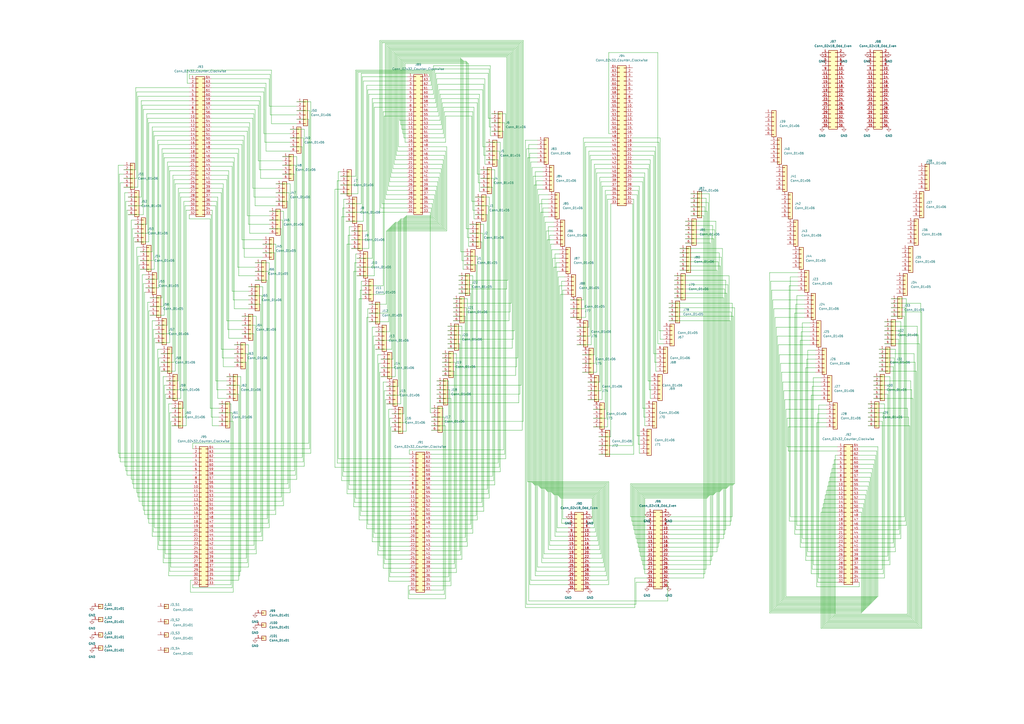
<source format=kicad_sch>
(kicad_sch (version 20230121) (generator eeschema)
  (paper "A2")
  (title_block (title "MEAboard_v1"))
  (wire (pts (xy 522.605 186.69) (xy 513.08 186.69)))
  (wire (pts (xy 280.035 135.255) (xy 280.035 294.005)))
  (wire (pts (xy 465.455 312.42) (xy 465.455 187.325)))
  (wire (pts (xy 106.68 116.84) (xy 106.68 236.855)))
  (wire (pts (xy 349.25 323.85) (xy 342.265 323.85)))
  (wire (pts (xy 301.625 25.4) (xy 223.52 25.4)))
  (wire (pts (xy 160.02 116.84) (xy 167.005 116.84)))
  (wire (pts (xy 417.195 146.685) (xy 417.195 314.96)))
  (wire (pts (xy 320.675 149.86) (xy 324.485 149.86)))
  (wire (pts (xy 209.55 42.545) (xy 209.55 118.11)))
  (wire (pts (xy 92.71 313.69) (xy 111.76 313.69)))
  (wire (pts (xy 95.25 182.88) (xy 95.25 91.44)))
  (wire (pts (xy 111.76 285.75) (xy 79.375 285.75)))
  (wire (pts (xy 367.03 87.63) (xy 379.73 87.63)))
  (wire (pts (xy 387.985 302.26) (xy 424.18 302.26)))
  (wire (pts (xy 513.08 194.31) (xy 532.765 194.31)))
  (wire (pts (xy 446.405 158.115) (xy 446.405 355.6)))
  (wire (pts (xy 131.445 220.98) (xy 125.095 220.98)))
  (wire (pts (xy 74.295 119.38) (xy 82.55 119.38)))
  (wire (pts (xy 134.62 239.395) (xy 127 239.395)))
  (wire (pts (xy 202.565 131.445) (xy 202.565 281.305)))
  (wire (pts (xy 506.73 231.14) (xy 529.59 231.14)))
  (wire (pts (xy 310.515 99.695) (xy 310.515 334.01)))
  (wire (pts (xy 93.345 215.265) (xy 101.6 215.265)))
  (wire (pts (xy 219.71 210.82) (xy 220.98 210.82)))
  (wire (pts (xy 206.375 147.32) (xy 206.375 288.925)))
  (wire (pts (xy 140.97 144.145) (xy 140.97 81.28)))
  (wire (pts (xy 306.07 91.44) (xy 306.07 279.4)))
  (wire (pts (xy 151.13 308.61) (xy 124.46 308.61)))
  (wire (pts (xy 503.555 281.94) (xy 498.475 281.94)))
  (wire (pts (xy 314.325 115.57) (xy 314.325 326.39)))
  (wire (pts (xy 167.64 111.76) (xy 160.02 111.76)))
  (wire (pts (xy 233.045 34.925) (xy 268.605 34.925)))
  (wire (pts (xy 98.425 99.06) (xy 98.425 198.755)))
  (wire (pts (xy 109.855 127) (xy 109.855 124.46)))
  (wire (pts (xy 88.265 146.05) (xy 81.28 146.05)))
  (wire (pts (xy 511.81 330.2) (xy 498.475 330.2)))
  (wire (pts (xy 222.885 170.815) (xy 222.885 67.31)))
  (wire (pts (xy 212.725 49.53) (xy 236.22 49.53)))
  (wire (pts (xy 107.95 121.92) (xy 109.855 121.92)))
  (wire (pts (xy 163.83 90.805) (xy 172.085 90.805)))
  (wire (pts (xy 140.335 83.82) (xy 140.335 139.065)))
  (wire (pts (xy 352.425 280.035) (xy 308.61 280.035)))
  (wire (pts (xy 147.955 63.5) (xy 147.955 119.38)))
  (wire (pts (xy 80.01 288.29) (xy 111.76 288.29)))
  (wire (pts (xy 248.92 105.41) (xy 254 105.41)))
  (wire (pts (xy 76.2 278.13) (xy 111.76 278.13)))
  (wire (pts (xy 135.89 91.44) (xy 135.89 179.07)))
  (wire (pts (xy 324.485 165.735) (xy 327.66 165.735)))
  (wire (pts (xy 299.085 27.94) (xy 299.085 217.805)))
  (wire (pts (xy 179.705 260.35) (xy 124.46 260.35)))
  (wire (pts (xy 474.98 335.28) (xy 474.98 234.95)))
  (wire (pts (xy 231.14 128.27) (xy 253.365 128.27)))
  (wire (pts (xy 147.955 160.02) (xy 138.43 160.02)))
  (wire (pts (xy 160.02 106.68) (xy 168.275 106.68)))
  (wire (pts (xy 121.92 127) (xy 109.855 127)))
  (wire (pts (xy 124.46 321.31) (xy 148.59 321.31)))
  (wire (pts (xy 147.955 154.94) (xy 137.795 154.94)))
  (wire (pts (xy 349.25 107.95) (xy 354.33 107.95)))
  (wire (pts (xy 147.955 188.595) (xy 147.955 318.77)))
  (wire (pts (xy 132.08 191.135) (xy 140.335 191.135)))
  (wire (pts (xy 250.19 125.095) (xy 250.19 120.65)))
  (wire (pts (xy 454.025 221.615) (xy 454.025 347.98)))
  (wire (pts (xy 209.55 163.195) (xy 209.55 296.545)))
  (wire (pts (xy 456.565 242.57) (xy 456.565 259.08)))
  (wire (pts (xy 93.345 212.725) (xy 92.71 212.725)))
  (wire (pts (xy 207.01 107.315) (xy 207.01 41.275)))
  (wire (pts (xy 96.52 226.06) (xy 104.14 226.06)))
  (wire (pts (xy 83.185 295.91) (xy 83.185 164.465)))
  (wire (pts (xy 93.98 172.72) (xy 93.98 86.36)))
  (wire (pts (xy 387.985 312.42) (xy 419.735 312.42)))
  (wire (pts (xy 248.92 110.49) (xy 252.73 110.49)))
  (wire (pts (xy 86.995 180.34) (xy 86.36 180.34)))
  (wire (pts (xy 352.425 115.57) (xy 354.33 115.57)))
  (wire (pts (xy 483.235 269.24) (xy 485.775 269.24)))
  (wire (pts (xy 263.525 327.025) (xy 263.525 215.265)))
  (wire (pts (xy 253.365 128.27) (xy 253.365 107.95)))
  (wire (pts (xy 122.555 93.98) (xy 135.255 93.98)))
  (wire (pts (xy 129.54 212.725) (xy 129.54 106.68)))
  (wire (pts (xy 172.085 71.755) (xy 157.48 71.755)))
  (wire (pts (xy 464.82 192.405) (xy 464.82 314.96)))
  (wire (pts (xy 367.03 115.57) (xy 367.665 115.57)))
  (wire (pts (xy 270.51 35.56) (xy 233.68 35.56)))
  (wire (pts (xy 257.175 62.23) (xy 257.175 77.47)))
  (wire (pts (xy 317.5 139.065) (xy 317.5 285.115)))
  (wire (pts (xy 467.995 208.28) (xy 473.075 208.28)))
  (wire (pts (xy 236.22 107.95) (xy 225.425 107.95)))
  (wire (pts (xy 259.715 194.31) (xy 267.335 194.31)))
  (wire (pts (xy 478.79 361.95) (xy 532.13 361.95)))
  (wire (pts (xy 297.815 29.21) (xy 227.33 29.21)))
  (wire (pts (xy 346.71 285.75) (xy 346.71 313.69)))
  (wire (pts (xy 248.92 115.57) (xy 251.46 115.57)))
  (wire (pts (xy 72.39 111.76) (xy 72.39 270.51)))
  (wire (pts (xy 307.975 93.98) (xy 307.975 336.55)))
  (wire (pts (xy 111.76 295.91) (xy 83.185 295.91)))
  (wire (pts (xy 501.015 292.1) (xy 498.475 292.1)))
  (wire (pts (xy 400.685 120.015) (xy 408.94 120.015)))
  (wire (pts (xy 457.835 302.26) (xy 457.835 165.735)))
  (wire (pts (xy 237.49 319.405) (xy 219.71 319.405)))
  (wire (pts (xy 394.335 146.685) (xy 417.195 146.685)))
  (wire (pts (xy 144.78 71.12) (xy 144.78 135.255)))
  (wire (pts (xy 227.33 100.33) (xy 236.22 100.33)))
  (wire (pts (xy 318.135 318.77) (xy 329.565 318.77)))
  (wire (pts (xy 422.91 160.02) (xy 422.91 281.94)))
  (wire (pts (xy 111.76 257.175) (xy 179.07 257.175)))
  (wire (pts (xy 160.02 141.605) (xy 160.02 298.45)))
  (wire (pts (xy 227.965 97.79) (xy 236.22 97.79)))
  (wire (pts (xy 342.265 311.15) (xy 346.075 311.15)))
  (wire (pts (xy 343.535 288.925) (xy 343.535 300.99)))
  (wire (pts (xy 197.485 104.775) (xy 195.58 104.775)))
  (wire (pts (xy 93.345 202.565) (xy 91.44 202.565)))
  (wire (pts (xy 152.4 313.69) (xy 124.46 313.69)))
  (wire (pts (xy 127 236.855) (xy 121.92 236.855)))
  (wire (pts (xy 303.53 244.475) (xy 303.53 23.495)))
  (wire (pts (xy 167.64 111.76) (xy 167.64 283.21)))
  (wire (pts (xy 316.865 133.985) (xy 316.865 284.48)))
  (wire (pts (xy 97.79 334.01) (xy 97.79 234.315)))
  (wire (pts (xy 248.92 57.15) (xy 252.095 57.15)))
  (wire (pts (xy 99.695 247.015) (xy 107.95 247.015)))
  (wire (pts (xy 270.51 314.325) (xy 250.19 314.325)))
  (wire (pts (xy 82.55 159.385) (xy 82.55 293.37)))
  (wire (pts (xy 508.635 261.62) (xy 498.475 261.62)))
  (wire (pts (xy 220.345 316.865) (xy 237.49 316.865)))
  (wire (pts (xy 229.87 90.17) (xy 236.22 90.17)))
  (wire (pts (xy 254.635 129.54) (xy 254.635 102.87)))
  (wire (pts (xy 98.425 239.395) (xy 98.425 331.47)))
  (wire (pts (xy 376.555 95.25) (xy 367.03 95.25)))
  (wire (pts (xy 229.235 31.115) (xy 229.235 92.71)))
  (wire (pts (xy 227.33 29.21) (xy 227.33 100.33)))
  (wire (pts (xy 217.17 62.23) (xy 236.22 62.23)))
  (wire (pts (xy 318.135 123.19) (xy 313.69 123.19)))
  (wire (pts (xy 272.415 132.715) (xy 270.51 132.715)))
  (wire (pts (xy 270.51 178.435) (xy 262.89 178.435)))
  (wire (pts (xy 236.855 339.725) (xy 237.49 339.725)))
  (wire (pts (xy 176.53 270.51) (xy 124.46 270.51)))
  (wire (pts (xy 237.49 291.465) (xy 205.74 291.465)))
  (wire (pts (xy 318.77 316.23) (xy 318.77 136.525)))
  (wire (pts (xy 154.94 162.56) (xy 154.94 300.99)))
  (wire (pts (xy 143.51 125.095) (xy 156.21 125.095)))
  (wire (pts (xy 375.92 97.79) (xy 375.92 220.98)))
  (wire (pts (xy 237.49 311.785) (xy 216.535 311.785)))
  (wire (pts (xy 224.155 26.035) (xy 300.99 26.035)))
  (wire (pts (xy 271.145 36.195) (xy 271.145 137.795)))
  (wire (pts (xy 369.57 113.03) (xy 367.03 113.03)))
  (wire (pts (xy 374.015 247.015) (xy 374.015 100.33)))
  (wire (pts (xy 248.92 85.09) (xy 259.08 85.09)))
  (wire (pts (xy 334.645 189.865) (xy 341.63 189.865)))
  (wire (pts (xy 294.64 32.385) (xy 230.505 32.385)))
  (wire (pts (xy 298.45 191.77) (xy 259.715 191.77)))
  (wire (pts (xy 71.755 103.505) (xy 79.375 103.505)))
  (wire (pts (xy 530.225 205.105) (xy 530.225 360.045)))
  (wire (pts (xy 354.33 118.11) (xy 354.33 253.365)))
  (wire (pts (xy 321.31 287.02) (xy 345.44 287.02)))
  (wire (pts (xy 457.2 261.62) (xy 485.775 261.62)))
  (wire (pts (xy 205.74 291.465) (xy 205.74 152.4)))
  (wire (pts (xy 518.16 314.96) (xy 498.475 314.96)))
  (wire (pts (xy 424.18 180.975) (xy 424.18 302.26)))
  (wire (pts (xy 258.445 133.35) (xy 258.445 87.63)))
  (wire (pts (xy 230.505 87.63) (xy 236.22 87.63)))
  (wire (pts (xy 525.145 302.26) (xy 525.145 178.435)))
  (wire (pts (xy 382.27 191.77) (xy 384.81 191.77)))
  (wire (pts (xy 74.295 116.84) (xy 73.025 116.84)))
  (wire (pts (xy 99.06 244.475) (xy 99.695 244.475)))
  (wire (pts (xy 213.36 179.07) (xy 213.36 304.165)))
  (wire (pts (xy 449.58 352.425) (xy 502.92 352.425)))
  (wire (pts (xy 330.835 173.99) (xy 338.455 173.99)))
  (wire (pts (xy 140.335 186.055) (xy 131.445 186.055)))
  (wire (pts (xy 142.875 323.85) (xy 142.875 210.185)))
  (wire (pts (xy 68.58 262.89) (xy 68.58 95.885)))
  (wire (pts (xy 292.735 263.525) (xy 250.19 263.525)))
  (wire (pts (xy 122.555 45.72) (xy 156.21 45.72)))
  (wire (pts (xy 368.3 335.28) (xy 375.285 335.28)))
  (wire (pts (xy 342.265 303.53) (xy 344.17 303.53)))
  (wire (pts (xy 339.09 82.55) (xy 354.33 82.55)))
  (wire (pts (xy 122.555 83.82) (xy 140.335 83.82)))
  (wire (pts (xy 128.27 111.76) (xy 122.555 111.76)))
  (wire (pts (xy 92.075 207.645) (xy 93.345 207.645)))
  (wire (pts (xy 252.095 40.005) (xy 252.095 57.15)))
  (wire (pts (xy 370.84 262.89) (xy 371.475 262.89)))
  (wire (pts (xy 230.505 32.385) (xy 230.505 87.63)))
  (wire (pts (xy 479.425 240.03) (xy 474.345 240.03)))
  (wire (pts (xy 400.685 122.555) (xy 410.21 122.555)))
  (wire (pts (xy 111.76 265.43) (xy 69.215 265.43)))
  (wire (pts (xy 273.685 116.84) (xy 273.685 67.31)))
  (wire (pts (xy 450.215 351.79) (xy 503.555 351.79)))
  (wire (pts (xy 103.505 220.98) (xy 103.505 109.22)))
  (wire (pts (xy 347.98 284.48) (xy 347.98 318.77)))
  (wire (pts (xy 216.535 194.945) (xy 217.805 194.945)))
  (wire (pts (xy 295.91 180.975) (xy 295.91 31.115)))
  (wire (pts (xy 206.375 40.64) (xy 206.375 102.235)))
  (wire (pts (xy 294.005 33.02) (xy 294.005 167.64)))
  (wire (pts (xy 324.485 147.32) (xy 321.945 147.32)))
  (wire (pts (xy 250.19 332.105) (xy 264.795 332.105)))
  (wire (pts (xy 421.64 283.21) (xy 368.3 283.21)))
  (wire (pts (xy 338.455 80.01) (xy 354.33 80.01)))
  (wire (pts (xy 88.9 191.135) (xy 88.9 308.61)))
  (wire (pts (xy 365.76 280.67) (xy 365.76 299.72)))
  (wire (pts (xy 276.86 301.625) (xy 250.19 301.625)))
  (wire (pts (xy 144.145 168.91) (xy 134.62 168.91)))
  (wire (pts (xy 252.73 127.635) (xy 231.775 127.635)))
  (wire (pts (xy 474.98 234.95) (xy 479.425 234.95)))
  (wire (pts (xy 457.835 165.735) (xy 462.915 165.735)))
  (wire (pts (xy 255.905 72.39) (xy 248.92 72.39)))
  (wire (pts (xy 400.685 117.475) (xy 410.845 117.475)))
  (wire (pts (xy 73.66 275.59) (xy 73.66 121.92)))
  (wire (pts (xy 458.47 160.655) (xy 458.47 299.72)))
  (wire (pts (xy 471.17 224.155) (xy 471.17 330.2)))
  (wire (pts (xy 454.025 221.615) (xy 476.25 221.615)))
  (wire (pts (xy 447.04 163.195) (xy 447.04 354.965)))
  (wire (pts (xy 171.45 95.885) (xy 163.83 95.885)))
  (wire (pts (xy 321.31 154.94) (xy 321.31 287.02)))
  (wire (pts (xy 111.76 311.15) (xy 88.265 311.15)))
  (wire (pts (xy 132.08 101.6) (xy 132.08 191.135)))
  (wire (pts (xy 330.835 179.07) (xy 339.09 179.07)))
  (wire (pts (xy 223.52 231.775) (xy 223.52 324.485)))
  (wire (pts (xy 224.155 231.775) (xy 223.52 231.775)))
  (wire (pts (xy 264.795 205.105) (xy 256.54 205.105)))
  (wire (pts (xy 354.33 113.03) (xy 351.79 113.03)))
  (wire (pts (xy 372.745 236.855) (xy 372.745 105.41)))
  (wire (pts (xy 366.395 281.305) (xy 425.45 281.305)))
  (wire (pts (xy 255.27 69.85) (xy 255.27 54.61)))
  (wire (pts (xy 485.775 294.64) (xy 476.885 294.64)))
  (wire (pts (xy 365.76 299.72) (xy 375.285 299.72)))
  (wire (pts (xy 455.295 231.775) (xy 455.295 346.71)))
  (wire (pts (xy 281.94 87.63) (xy 289.56 87.63)))
  (wire (pts (xy 139.7 331.47) (xy 139.7 218.44)))
  (wire (pts (xy 97.79 96.52) (xy 97.79 193.675)))
  (wire (pts (xy 139.065 334.01) (xy 124.46 334.01)))
  (wire (pts (xy 382.905 196.85) (xy 382.905 80.01)))
  (wire (pts (xy 226.695 28.575) (xy 298.45 28.575)))
  (wire (pts (xy 253.365 220.98) (xy 260.35 220.98)))
  (wire (pts (xy 387.985 309.88) (xy 420.37 309.88)))
  (wire (pts (xy 273.685 165.1) (xy 273.685 306.705)))
  (wire (pts (xy 461.01 181.61) (xy 461.01 309.88)))
  (wire (pts (xy 373.38 102.87) (xy 373.38 241.935)))
  (wire (pts (xy 83.185 124.46) (xy 83.185 63.5)))
  (wire (pts (xy 279.4 291.465) (xy 250.19 291.465)))
  (wire (pts (xy 453.39 215.9) (xy 453.39 348.615)))
  (wire (pts (xy 223.52 115.57) (xy 236.22 115.57)))
  (wire (pts (xy 180.34 262.89) (xy 124.46 262.89)))
  (wire (pts (xy 111.76 280.67) (xy 76.835 280.67)))
  (wire (pts (xy 283.845 73.66) (xy 285.115 73.66)))
  (wire (pts (xy 122.555 121.92) (xy 123.19 121.92)))
  (wire (pts (xy 86.36 303.53) (xy 111.76 303.53)))
  (wire (pts (xy 126.365 114.3) (xy 126.365 231.14)))
  (wire (pts (xy 147.955 162.56) (xy 154.94 162.56)))
  (wire (pts (xy 258.445 347.345) (xy 236.855 347.345)))
  (wire (pts (xy 339.09 82.55) (xy 339.09 179.07)))
  (wire (pts (xy 129.54 106.68) (xy 122.555 106.68)))
  (wire (pts (xy 327.66 160.655) (xy 323.85 160.655)))
  (wire (pts (xy 337.82 210.82) (xy 345.44 210.82)))
  (wire (pts (xy 164.465 293.37) (xy 124.46 293.37)))
  (wire (pts (xy 452.755 349.25) (xy 506.095 349.25)))
  (wire (pts (xy 446.405 355.6) (xy 499.745 355.6)))
  (wire (pts (xy 479.425 361.315) (xy 479.425 284.48)))
  (wire (pts (xy 283.21 119.38) (xy 275.59 119.38)))
  (wire (pts (xy 346.075 311.15) (xy 346.075 286.385)))
  (wire (pts (xy 227.965 208.28) (xy 220.98 208.28)))
  (wire (pts (xy 237.49 327.025) (xy 222.885 327.025)))
  (wire (pts (xy 216.535 59.69) (xy 236.22 59.69)))
  (wire (pts (xy 68.58 262.89) (xy 111.76 262.89)))
  (wire (pts (xy 367.03 102.87) (xy 373.38 102.87)))
  (wire (pts (xy 508 264.16) (xy 498.475 264.16)))
  (wire (pts (xy 367.03 304.8) (xy 375.285 304.8)))
  (wire (pts (xy 254 105.41) (xy 254 128.905)))
  (wire (pts (xy 135.255 173.99) (xy 144.145 173.99)))
  (wire (pts (xy 172.085 278.13) (xy 124.46 278.13)))
  (wire (pts (xy 304.8 81.28) (xy 304.8 352.425)))
  (wire (pts (xy 321.31 141.605) (xy 319.405 141.605)))
  (wire (pts (xy 303.53 23.495) (xy 220.345 23.495)))
  (wire (pts (xy 375.92 220.98) (xy 377.825 220.98)))
  (wire (pts (xy 231.775 33.655) (xy 231.775 69.85)))
  (wire (pts (xy 374.015 288.925) (xy 374.015 332.74)))
  (wire (pts (xy 260.985 337.185) (xy 250.19 337.185)))
  (wire (pts (xy 458.47 160.655) (xy 462.915 160.655)))
  (wire (pts (xy 140.335 188.595) (xy 147.955 188.595)))
  (wire (pts (xy 248.92 74.93) (xy 256.54 74.93)))
  (wire (pts (xy 271.145 173.355) (xy 271.145 316.865)))
  (wire (pts (xy 409.575 330.2) (xy 409.575 114.935)))
  (wire (pts (xy 228.6 129.54) (xy 254.635 129.54)))
  (wire (pts (xy 101.6 106.68) (xy 109.855 106.68)))
  (wire (pts (xy 212.725 306.705) (xy 237.49 306.705)))
  (wire (pts (xy 208.28 173.355) (xy 208.28 301.625)))
  (wire (pts (xy 220.345 123.19) (xy 236.22 123.19)))
  (wire (pts (xy 151.765 171.45) (xy 151.765 311.15)))
  (wire (pts (xy 83.185 63.5) (xy 109.855 63.5)))
  (wire (pts (xy 180.34 59.055) (xy 180.34 262.89)))
  (wire (pts (xy 150.495 58.42) (xy 150.495 98.425)))
  (wire (pts (xy 367.03 97.79) (xy 375.92 97.79)))
  (wire (pts (xy 498.475 335.28) (xy 513.08 335.28)))
  (wire (pts (xy 111.76 275.59) (xy 73.66 275.59)))
  (wire (pts (xy 275.59 116.84) (xy 273.685 116.84)))
  (wire (pts (xy 348.615 105.41) (xy 348.615 226.695)))
  (wire (pts (xy 258.445 67.31) (xy 258.445 82.55)))
  (wire (pts (xy 92.71 212.725) (xy 92.71 313.69)))
  (wire (pts (xy 269.875 311.785) (xy 250.19 311.785)))
  (wire (pts (xy 226.06 242.57) (xy 226.06 334.645)))
  (wire (pts (xy 485.775 317.5) (xy 464.185 317.5)))
  (wire (pts (xy 95.25 91.44) (xy 109.855 91.44)))
  (wire (pts (xy 85.09 130.175) (xy 85.09 66.04)))
  (wire (pts (xy 525.145 178.435) (xy 516.89 178.435)))
  (wire (pts (xy 86.995 177.8) (xy 94.615 177.8)))
  (wire (pts (xy 254 64.77) (xy 254 48.895)))
  (wire (pts (xy 469.9 194.945) (xy 450.85 194.945)))
  (wire (pts (xy 163.83 290.83) (xy 124.46 290.83)))
  (wire (pts (xy 311.785 328.93) (xy 329.565 328.93)))
  (wire (pts (xy 324.485 144.78) (xy 320.04 144.78)))
  (wire (pts (xy 109.855 73.66) (xy 88.265 73.66)))
  (wire (pts (xy 515.62 223.52) (xy 515.62 325.12)))
  (wire (pts (xy 78.74 98.425) (xy 78.74 50.8)))
  (wire (pts (xy 156.21 45.72) (xy 156.21 61.595)))
  (wire (pts (xy 228.6 95.25) (xy 236.22 95.25)))
  (wire (pts (xy 522.605 312.42) (xy 498.475 312.42)))
  (wire (pts (xy 231.775 33.655) (xy 267.335 33.655)))
  (wire (pts (xy 464.185 317.5) (xy 464.185 197.485)))
  (wire (pts (xy 512.445 239.395) (xy 503.555 239.395)))
  (wire (pts (xy 122.555 55.88) (xy 151.13 55.88)))
  (wire (pts (xy 412.75 325.12) (xy 412.75 135.89)))
  (wire (pts (xy 346.075 100.33) (xy 346.075 215.9)))
  (wire (pts (xy 345.44 210.82) (xy 345.44 97.79)))
  (wire (pts (xy 485.775 322.58) (xy 467.995 322.58)))
  (wire (pts (xy 252.095 113.03) (xy 248.92 113.03)))
  (wire (pts (xy 237.49 263.525) (xy 237.49 260.985)))
  (wire (pts (xy 483.87 266.7) (xy 485.775 266.7)))
  (wire (pts (xy 224.79 133.35) (xy 258.445 133.35)))
  (wire (pts (xy 473.71 340.36) (xy 498.475 340.36)))
  (wire (pts (xy 233.045 74.93) (xy 233.045 34.925)))
  (wire (pts (xy 267.97 151.13) (xy 269.24 151.13)))
  (wire (pts (xy 354.33 253.365) (xy 347.345 253.365)))
  (wire (pts (xy 481.965 274.32) (xy 481.965 358.775)))
  (wire (pts (xy 85.725 135.255) (xy 85.725 68.58)))
  (wire (pts (xy 95.885 228.6) (xy 96.52 228.6)))
  (wire (pts (xy 313.055 118.11) (xy 318.135 118.11)))
  (wire (pts (xy 466.725 181.61) (xy 461.01 181.61)))
  (wire (pts (xy 342.265 326.39) (xy 349.885 326.39)))
  (wire (pts (xy 227.33 242.57) (xy 226.06 242.57)))
  (wire (pts (xy 506.095 271.78) (xy 498.475 271.78)))
  (wire (pts (xy 344.17 247.65) (xy 352.425 247.65)))
  (wire (pts (xy 473.075 210.82) (xy 452.755 210.82)))
  (wire (pts (xy 135.255 343.535) (xy 110.49 343.535)))
  (wire (pts (xy 222.885 67.31) (xy 236.22 67.31)))
  (wire (pts (xy 325.755 163.195) (xy 325.755 303.53)))
  (wire (pts (xy 467.36 213.36) (xy 467.36 325.12)))
  (wire (pts (xy 225.425 107.95) (xy 225.425 27.305)))
  (wire (pts (xy 256.54 210.185) (xy 264.16 210.185)))
  (wire (pts (xy 347.345 258.445) (xy 367.03 258.445)))
  (wire (pts (xy 196.215 99.695) (xy 197.485 99.695)))
  (wire (pts (xy 347.98 102.87) (xy 354.33 102.87)))
  (wire (pts (xy 512.445 332.74) (xy 512.445 239.395)))
  (wire (pts (xy 99.695 241.935) (xy 107.315 241.935)))
  (wire (pts (xy 248.92 59.69) (xy 252.73 59.69)))
  (wire (pts (xy 250.825 125.73) (xy 250.825 118.11)))
  (wire (pts (xy 500.38 294.64) (xy 500.38 354.965)))
  (wire (pts (xy 74.295 111.76) (xy 72.39 111.76)))
  (wire (pts (xy 498.475 320.04) (xy 519.43 320.04)))
  (wire (pts (xy 207.01 147.32) (xy 206.375 147.32)))
  (wire (pts (xy 233.68 77.47) (xy 236.22 77.47)))
  (wire (pts (xy 134.62 96.52) (xy 122.555 96.52)))
  (wire (pts (xy 126.365 231.14) (xy 131.445 231.14)))
  (wire (pts (xy 250.825 40.64) (xy 250.825 52.07)))
  (wire (pts (xy 142.875 210.185) (xy 135.89 210.185)))
  (wire (pts (xy 351.155 110.49) (xy 354.33 110.49)))
  (wire (pts (xy 234.315 126.365) (xy 234.315 240.03)))
  (wire (pts (xy 528.955 226.06) (xy 506.73 226.06)))
  (wire (pts (xy 78.105 127.635) (xy 76.2 127.635)))
  (wire (pts (xy 485.775 327.66) (xy 471.805 327.66)))
  (wire (pts (xy 314.96 120.65) (xy 314.96 323.85)))
  (wire (pts (xy 232.41 72.39) (xy 236.22 72.39)))
  (wire (pts (xy 367.665 115.57) (xy 367.665 263.525)))
  (wire (pts (xy 419.1 283.845) (xy 419.1 144.145)))
  (wire (pts (xy 217.17 200.025) (xy 217.17 309.245)))
  (wire (pts (xy 483.235 357.505) (xy 483.235 269.24)))
  (wire (pts (xy 377.19 92.71) (xy 377.19 231.14)))
  (wire (pts (xy 348.615 321.31) (xy 342.265 321.31)))
  (wire (pts (xy 264.16 210.185) (xy 264.16 329.565)))
  (wire (pts (xy 256.54 95.25) (xy 256.54 131.445)))
  (wire (pts (xy 250.19 244.475) (xy 303.53 244.475)))
  (wire (pts (xy 219.075 321.945) (xy 219.075 205.74)))
  (wire (pts (xy 252.73 110.49) (xy 252.73 127.635)))
  (wire (pts (xy 346.71 313.69) (xy 342.265 313.69)))
  (wire (pts (xy 381.635 30.48) (xy 381.635 199.39)))
  (wire (pts (xy 417.83 154.305) (xy 394.335 154.305)))
  (wire (pts (xy 232.41 234.315) (xy 232.41 127)))
  (wire (pts (xy 418.465 284.48) (xy 369.57 284.48)))
  (wire (pts (xy 296.545 175.895) (xy 296.545 30.48)))
  (wire (pts (xy 525.78 304.8) (xy 498.475 304.8)))
  (wire (pts (xy 273.05 304.165) (xy 250.19 304.165)))
  (wire (pts (xy 91.44 161.925) (xy 84.455 161.925)))
  (wire (pts (xy 342.9 200.025) (xy 342.9 92.71)))
  (wire (pts (xy 144.145 73.66) (xy 144.145 130.175)))
  (wire (pts (xy 122.555 53.34) (xy 153.035 53.34)))
  (wire (pts (xy 354.33 100.33) (xy 346.075 100.33)))
  (wire (pts (xy 271.145 137.795) (xy 272.415 137.795)))
  (wire (pts (xy 290.195 273.685) (xy 290.195 82.55)))
  (wire (pts (xy 283.21 42.545) (xy 283.21 68.58)))
  (wire (pts (xy 104.775 231.14) (xy 104.775 114.3)))
  (wire (pts (xy 485.775 281.94) (xy 480.06 281.94)))
  (wire (pts (xy 387.985 330.2) (xy 409.575 330.2)))
  (wire (pts (xy 159.385 295.91) (xy 124.46 295.91)))
  (wire (pts (xy 154.305 87.63) (xy 168.275 87.63)))
  (wire (pts (xy 168.275 106.68) (xy 168.275 285.75)))
  (wire (pts (xy 412.115 140.97) (xy 412.115 327.66)))
  (wire (pts (xy 223.52 324.485) (xy 237.49 324.485)))
  (wire (pts (xy 180.34 59.055) (xy 172.085 59.055)))
  (wire (pts (xy 313.69 123.19) (xy 313.69 283.21)))
  (wire (pts (xy 81.28 153.67) (xy 80.645 153.67)))
  (wire (pts (xy 521.335 307.34) (xy 521.335 196.85)))
  (wire (pts (xy 345.44 97.79) (xy 354.33 97.79)))
  (wire (pts (xy 484.505 264.16) (xy 485.775 264.16)))
  (wire (pts (xy 266.065 170.18) (xy 273.05 170.18)))
  (wire (pts (xy 419.1 144.145) (xy 394.335 144.145)))
  (wire (pts (xy 329.565 308.61) (xy 322.58 308.61)))
  (wire (pts (xy 418.465 149.225) (xy 418.465 284.48)))
  (wire (pts (xy 250.19 239.395) (xy 249.555 239.395)))
  (wire (pts (xy 272.415 142.875) (xy 271.78 142.875)))
  (wire (pts (xy 414.655 286.385) (xy 414.655 133.35)))
  (wire (pts (xy 179.705 64.135) (xy 172.085 64.135)))
  (wire (pts (xy 219.71 319.405) (xy 219.71 210.82)))
  (wire (pts (xy 304.8 352.425) (xy 368.3 352.425)))
  (wire (pts (xy 261.62 231.14) (xy 261.62 339.725)))
  (wire (pts (xy 216.535 311.785) (xy 216.535 194.945)))
  (wire (pts (xy 391.16 162.56) (xy 421.005 162.56)))
  (wire (pts (xy 257.81 90.17) (xy 257.81 132.715)))
  (wire (pts (xy 397.51 140.97) (xy 412.115 140.97)))
  (wire (pts (xy 462.28 171.45) (xy 462.28 304.8)))
  (wire (pts (xy 108.585 40.64) (xy 108.585 48.26)))
  (wire (pts (xy 254 128.905) (xy 229.235 128.905)))
  (wire (pts (xy 369.57 314.96) (xy 375.285 314.96)))
  (wire (pts (xy 280.035 135.255) (xy 272.415 135.255)))
  (wire (pts (xy 122.555 73.66) (xy 144.145 73.66)))
  (wire (pts (xy 255.905 130.81) (xy 255.905 97.79)))
  (wire (pts (xy 524.51 299.72) (xy 498.475 299.72)))
  (wire (pts (xy 176.53 74.93) (xy 176.53 270.51)))
  (wire (pts (xy 302.895 24.13) (xy 302.895 249.555)))
  (wire (pts (xy 321.31 133.985) (xy 316.865 133.985)))
  (wire (pts (xy 341.63 87.63) (xy 354.33 87.63)))
  (wire (pts (xy 454.025 347.98) (xy 507.365 347.98)))
  (wire (pts (xy 84.455 169.545) (xy 83.82 169.545)))
  (wire (pts (xy 342.9 92.71) (xy 354.33 92.71)))
  (wire (pts (xy 198.755 120.65) (xy 200.66 120.65)))
  (wire (pts (xy 154.94 300.99) (xy 124.46 300.99)))
  (wire (pts (xy 380.365 215.265) (xy 380.365 85.09)))
  (wire (pts (xy 249.555 41.91) (xy 249.555 46.99)))
  (wire (pts (xy 351.79 334.01) (xy 342.265 334.01)))
  (wire (pts (xy 408.94 120.015) (xy 408.94 332.74)))
  (wire (pts (xy 481.965 358.775) (xy 528.955 358.775)))
  (wire (pts (xy 266.7 319.405) (xy 250.19 319.405)))
  (wire (pts (xy 478.79 361.95) (xy 478.79 287.02)))
  (wire (pts (xy 340.995 231.775) (xy 349.25 231.775)))
  (wire (pts (xy 147.32 114.3) (xy 160.02 114.3)))
  (wire (pts (xy 415.29 285.75) (xy 370.84 285.75)))
  (wire (pts (xy 81.915 114.3) (xy 74.295 114.3)))
  (wire (pts (xy 253.365 45.72) (xy 281.305 45.72)))
  (wire (pts (xy 527.685 247.015) (xy 527.685 357.505)))
  (wire (pts (xy 455.93 346.075) (xy 509.27 346.075)))
  (wire (pts (xy 267.97 34.29) (xy 267.97 151.13)))
  (wire (pts (xy 171.45 95.885) (xy 171.45 275.59)))
  (wire (pts (xy 530.86 210.185) (xy 509.905 210.185)))
  (wire (pts (xy 327.66 163.195) (xy 325.755 163.195)))
  (wire (pts (xy 89.535 306.07) (xy 89.535 196.215)))
  (wire (pts (xy 498.475 287.02) (xy 502.285 287.02)))
  (wire (pts (xy 71.755 100.965) (xy 69.215 100.965)))
  (wire (pts (xy 201.93 136.525) (xy 201.93 283.845)))
  (wire (pts (xy 213.36 52.07) (xy 236.22 52.07)))
  (wire (pts (xy 375.285 320.04) (xy 370.84 320.04)))
  (wire (pts (xy 286.385 278.765) (xy 286.385 103.505)))
  (wire (pts (xy 225.425 237.49) (xy 227.33 237.49)))
  (wire (pts (xy 410.845 288.29) (xy 373.38 288.29)))
  (wire (pts (xy 234.95 125.73) (xy 250.825 125.73)))
  (wire (pts (xy 172.085 66.675) (xy 156.845 66.675)))
  (wire (pts (xy 250.19 247.015) (xy 258.445 247.015)))
  (wire (pts (xy 215.9 149.86) (xy 215.9 57.15)))
  (wire (pts (xy 252.73 42.545) (xy 252.73 59.69)))
  (wire (pts (xy 133.985 339.09) (xy 124.46 339.09)))
  (wire (pts (xy 201.93 283.845) (xy 237.49 283.845)))
  (wire (pts (xy 473.075 203.2) (xy 468.63 203.2)))
  (wire (pts (xy 285.75 108.585) (xy 285.75 276.225)))
  (wire (pts (xy 281.94 95.25) (xy 281.305 95.25)))
  (wire (pts (xy 138.43 336.55) (xy 138.43 228.6)))
  (wire (pts (xy 287.02 98.425) (xy 287.02 281.305)))
  (wire (pts (xy 135.89 205.105) (xy 143.51 205.105)))
  (wire (pts (xy 387.985 317.5) (xy 416.56 317.5)))
  (wire (pts (xy 248.92 69.85) (xy 255.27 69.85)))
  (wire (pts (xy 266.065 160.02) (xy 274.32 160.02)))
  (wire (pts (xy 519.43 202.565) (xy 519.43 320.04)))
  (wire (pts (xy 220.98 24.13) (xy 302.895 24.13)))
  (wire (pts (xy 150.495 98.425) (xy 163.83 98.425)))
  (wire (pts (xy 256.54 74.93) (xy 256.54 59.69)))
  (wire (pts (xy 272.415 140.335) (xy 279.4 140.335)))
  (wire (pts (xy 237.49 344.805) (xy 257.81 344.805)))
  (wire (pts (xy 128.905 109.22) (xy 128.905 207.645)))
  (wire (pts (xy 468.63 203.2) (xy 468.63 320.04)))
  (wire (pts (xy 387.985 299.72) (xy 424.815 299.72)))
  (wire (pts (xy 346.075 215.9) (xy 337.82 215.9)))
  (wire (pts (xy 237.49 281.305) (xy 202.565 281.305)))
  (wire (pts (xy 110.49 336.55) (xy 111.76 336.55)))
  (wire (pts (xy 97.79 96.52) (xy 109.855 96.52)))
  (wire (pts (xy 474.345 337.82) (xy 485.775 337.82)))
  (wire (pts (xy 368.3 309.88) (xy 375.285 309.88)))
  (wire (pts (xy 208.915 168.275) (xy 210.185 168.275)))
  (wire (pts (xy 293.37 266.065) (xy 293.37 66.04)))
  (wire (pts (xy 506.095 271.78) (xy 506.095 349.25)))
  (wire (pts (xy 299.72 27.305) (xy 299.72 212.725)))
  (wire (pts (xy 474.345 240.03) (xy 474.345 337.82)))
  (wire (pts (xy 306.705 348.615) (xy 387.35 348.615)))
  (wire (pts (xy 515.62 325.12) (xy 498.475 325.12)))
  (wire (pts (xy 349.885 282.575) (xy 313.055 282.575)))
  (wire (pts (xy 100.965 210.185) (xy 100.965 104.14)))
  (wire (pts (xy 307.34 88.9) (xy 307.34 339.09)))
  (wire (pts (xy 282.575 124.46) (xy 282.575 283.845)))
  (wire (pts (xy 71.755 98.425) (xy 78.74 98.425)))
  (wire (pts (xy 451.485 200.025) (xy 451.485 350.52)))
  (wire (pts (xy 78.74 50.8) (xy 109.855 50.8)))
  (wire (pts (xy 314.325 326.39) (xy 329.565 326.39)))
  (wire (pts (xy 379.73 210.185) (xy 381 210.185)))
  (wire (pts (xy 111.76 340.995) (xy 111.76 339.09)))
  (wire (pts (xy 163.83 127.635) (xy 156.21 127.635)))
  (wire (pts (xy 270.51 35.56) (xy 270.51 132.715)))
  (wire (pts (xy 516.255 218.44) (xy 506.73 218.44)))
  (wire (pts (xy 325.12 170.815) (xy 325.12 288.925)))
  (wire (pts (xy 163.195 132.715) (xy 163.195 288.29)))
  (wire (pts (xy 137.795 154.94) (xy 137.795 88.9)))
  (wire (pts (xy 224.79 181.61) (xy 224.79 133.35)))
  (wire (pts (xy 288.925 268.605) (xy 288.925 92.71)))
  (wire (pts (xy 111.76 300.99) (xy 85.725 300.99)))
  (wire (pts (xy 104.14 111.76) (xy 109.855 111.76)))
  (wire (pts (xy 122.555 58.42) (xy 150.495 58.42)))
  (wire (pts (xy 256.54 212.725) (xy 299.72 212.725)))
  (wire (pts (xy 501.65 289.56) (xy 498.475 289.56)))
  (wire (pts (xy 80.645 153.67) (xy 80.645 290.83)))
  (wire (pts (xy 237.49 266.065) (xy 196.215 266.065)))
  (wire (pts (xy 217.17 309.245) (xy 237.49 309.245)))
  (wire (pts (xy 311.785 91.44) (xy 306.07 91.44)))
  (wire (pts (xy 305.435 86.36) (xy 311.785 86.36)))
  (wire (pts (xy 480.06 360.68) (xy 530.86 360.68)))
  (wire (pts (xy 366.395 302.26) (xy 375.285 302.26)))
  (wire (pts (xy 321.31 131.445) (xy 318.135 131.445)))
  (wire (pts (xy 448.945 179.07) (xy 448.945 353.06)))
  (wire (pts (xy 368.935 337.82) (xy 368.935 350.52)))
  (wire (pts (xy 210.185 163.195) (xy 209.55 163.195)))
  (wire (pts (xy 111.76 321.31) (xy 95.885 321.31)))
  (wire (pts (xy 498.475 276.86) (xy 504.825 276.86)))
  (wire (pts (xy 84.455 167.005) (xy 92.075 167.005)))
  (wire (pts (xy 454.66 226.695) (xy 476.25 226.695)))
  (wire (pts (xy 315.595 321.31) (xy 329.565 321.31)))
  (wire (pts (xy 324.485 154.94) (xy 321.31 154.94)))
  (wire (pts (xy 506.73 269.24) (xy 498.475 269.24)))
  (wire (pts (xy 283.845 288.925) (xy 250.19 288.925)))
  (wire (pts (xy 353.06 279.4) (xy 353.06 339.09)))
  (wire (pts (xy 312.42 281.94) (xy 350.52 281.94)))
  (wire (pts (xy 469.9 192.405) (xy 464.82 192.405)))
  (wire (pts (xy 262.89 173.355) (xy 271.145 173.355)))
  (wire (pts (xy 506.73 220.98) (xy 528.32 220.98)))
  (wire (pts (xy 531.495 361.315) (xy 479.425 361.315)))
  (wire (pts (xy 424.815 175.895) (xy 424.815 299.72)))
  (wire (pts (xy 96.52 220.98) (xy 103.505 220.98)))
  (wire (pts (xy 203.835 136.525) (xy 201.93 136.525)))
  (wire (pts (xy 201.295 141.605) (xy 201.295 286.385)))
  (wire (pts (xy 224.155 133.985) (xy 224.155 176.53)))
  (wire (pts (xy 100.965 104.14) (xy 109.855 104.14)))
  (wire (pts (xy 213.36 304.165) (xy 237.49 304.165)))
  (wire (pts (xy 288.925 92.71) (xy 281.94 92.71)))
  (wire (pts (xy 377.19 231.14) (xy 377.825 231.14)))
  (wire (pts (xy 89.535 156.21) (xy 89.535 78.74)))
  (wire (pts (xy 236.855 347.345) (xy 236.855 339.725)))
  (wire (pts (xy 97.155 93.98) (xy 97.155 188.595)))
  (wire (pts (xy 422.275 282.575) (xy 422.275 165.1)))
  (wire (pts (xy 476.25 364.49) (xy 534.67 364.49)))
  (wire (pts (xy 387.985 186.055) (xy 423.545 186.055)))
  (wire (pts (xy 478.79 287.02) (xy 485.775 287.02)))
  (wire (pts (xy 498.475 332.74) (xy 512.445 332.74)))
  (wire (pts (xy 349.885 326.39) (xy 349.885 282.575)))
  (wire (pts (xy 276.86 148.59) (xy 269.24 148.59)))
  (wire (pts (xy 250.19 339.725) (xy 261.62 339.725)))
  (wire (pts (xy 229.235 92.71) (xy 236.22 92.71)))
  (wire (pts (xy 354.33 105.41) (xy 348.615 105.41)))
  (wire (pts (xy 354.33 85.09) (xy 339.725 85.09)))
  (wire (pts (xy 69.85 267.97) (xy 111.76 267.97)))
  (wire (pts (xy 316.23 283.845) (xy 348.615 283.845)))
  (wire (pts (xy 346.075 286.385) (xy 320.675 286.385)))
  (wire (pts (xy 485.775 307.34) (xy 461.645 307.34)))
  (wire (pts (xy 201.295 141.605) (xy 203.835 141.605)))
  (wire (pts (xy 123.19 247.015) (xy 127 247.015)))
  (wire (pts (xy 504.19 279.4) (xy 504.19 351.155)))
  (wire (pts (xy 164.465 122.555) (xy 164.465 293.37)))
  (wire (pts (xy 462.915 158.115) (xy 446.405 158.115)))
  (wire (pts (xy 217.805 200.025) (xy 217.17 200.025)))
  (wire (pts (xy 175.26 265.43) (xy 124.46 265.43)))
  (wire (pts (xy 85.09 66.04) (xy 109.855 66.04)))
  (wire (pts (xy 367.665 282.575) (xy 422.275 282.575)))
  (wire (pts (xy 323.215 157.48) (xy 323.215 306.07)))
  (wire (pts (xy 213.995 144.145) (xy 203.835 144.145)))
  (wire (pts (xy 257.81 80.01) (xy 257.81 64.77)))
  (wire (pts (xy 135.89 212.725) (xy 129.54 212.725)))
  (wire (pts (xy 267.97 189.23) (xy 259.715 189.23)))
  (wire (pts (xy 367.665 282.575) (xy 367.665 307.34)))
  (wire (pts (xy 86.36 180.34) (xy 86.36 303.53)))
  (wire (pts (xy 365.76 280.67) (xy 426.085 280.67)))
  (wire (pts (xy 283.21 42.545) (xy 252.73 42.545)))
  (wire (pts (xy 448.31 353.695) (xy 501.65 353.695)))
  (wire (pts (xy 80.01 108.585) (xy 80.01 55.88)))
  (wire (pts (xy 320.04 144.78) (xy 320.04 285.75)))
  (wire (pts (xy 208.915 299.085) (xy 237.49 299.085)))
  (wire (pts (xy 370.205 110.49) (xy 367.03 110.49)))
  (wire (pts (xy 85.725 68.58) (xy 109.855 68.58)))
  (wire (pts (xy 226.695 131.445) (xy 226.695 197.485)))
  (wire (pts (xy 231.775 229.235) (xy 224.155 229.235)))
  (wire (pts (xy 253.365 62.23) (xy 248.92 62.23)))
  (wire (pts (xy 366.395 281.305) (xy 366.395 302.26)))
  (wire (pts (xy 500.38 294.64) (xy 498.475 294.64)))
  (wire (pts (xy 391.16 160.02) (xy 422.91 160.02)))
  (wire (pts (xy 224.79 110.49) (xy 236.22 110.49)))
  (wire (pts (xy 521.97 309.88) (xy 498.475 309.88)))
  (wire (pts (xy 530.225 360.045) (xy 480.695 360.045)))
  (wire (pts (xy 382.27 82.55) (xy 382.27 191.77)))
  (wire (pts (xy 179.07 69.215) (xy 172.085 69.215)))
  (wire (pts (xy 274.955 62.23) (xy 257.175 62.23)))
  (wire (pts (xy 306.705 83.82) (xy 311.785 83.82)))
  (wire (pts (xy 339.725 85.09) (xy 339.725 184.15)))
  (wire (pts (xy 266.7 199.39) (xy 259.715 199.39)))
  (wire (pts (xy 513.08 191.77) (xy 521.97 191.77)))
  (wire (pts (xy 509.905 215.265) (xy 531.495 215.265)))
  (wire (pts (xy 504.825 276.86) (xy 504.825 350.52)))
  (wire (pts (xy 309.245 102.235) (xy 309.245 280.67)))
  (wire (pts (xy 69.85 106.045) (xy 71.755 106.045)))
  (wire (pts (xy 160.02 141.605) (xy 152.4 141.605)))
  (wire (pts (xy 300.355 26.67) (xy 224.79 26.67)))
  (wire (pts (xy 372.745 287.655) (xy 411.48 287.655)))
  (wire (pts (xy 250.19 276.225) (xy 285.75 276.225)))
  (wire (pts (xy 210.185 173.355) (xy 208.28 173.355)))
  (wire (pts (xy 232.41 34.29) (xy 232.41 72.39)))
  (wire (pts (xy 347.345 316.23) (xy 347.345 285.115)))
  (wire (pts (xy 231.14 224.155) (xy 231.14 128.27)))
  (wire (pts (xy 415.925 320.04) (xy 387.985 320.04)))
  (wire (pts (xy 375.285 330.2) (xy 373.38 330.2)))
  (wire (pts (xy 124.46 331.47) (xy 139.7 331.47)))
  (wire (pts (xy 216.535 154.94) (xy 207.01 154.94)))
  (wire (pts (xy 455.295 346.71) (xy 508.635 346.71)))
  (wire (pts (xy 155.575 303.53) (xy 124.46 303.53)))
  (wire (pts (xy 286.385 278.765) (xy 250.19 278.765)))
  (wire (pts (xy 139.065 223.52) (xy 139.065 334.01)))
  (wire (pts (xy 250.19 236.855) (xy 257.175 236.855)))
  (wire (pts (xy 135.255 93.98) (xy 135.255 173.99)))
  (wire (pts (xy 470.535 229.235) (xy 476.25 229.235)))
  (wire (pts (xy 107.95 247.015) (xy 107.95 121.92)))
  (wire (pts (xy 233.68 35.56) (xy 233.68 77.47)))
  (wire (pts (xy 235.585 250.19) (xy 235.585 125.095)))
  (wire (pts (xy 231.14 85.09) (xy 236.22 85.09)))
  (wire (pts (xy 502.285 287.02) (xy 502.285 353.06)))
  (wire (pts (xy 153.035 53.34) (xy 153.035 77.47)))
  (wire (pts (xy 297.815 196.85) (xy 297.815 29.21)))
  (wire (pts (xy 351.155 237.49) (xy 351.155 110.49)))
  (wire (pts (xy 121.92 236.855) (xy 121.92 127)))
  (wire (pts (xy 250.19 334.645) (xy 260.35 334.645)))
  (wire (pts (xy 316.865 284.48) (xy 347.98 284.48)))
  (wire (pts (xy 122.555 241.935) (xy 122.555 124.46)))
  (wire (pts (xy 209.55 296.545) (xy 237.49 296.545)))
  (wire (pts (xy 326.39 300.99) (xy 329.565 300.99)))
  (wire (pts (xy 387.35 348.615) (xy 387.35 337.82)))
  (wire (pts (xy 379.095 205.105) (xy 379.095 90.17)))
  (wire (pts (xy 109.855 81.28) (xy 91.44 81.28)))
  (wire (pts (xy 318.135 113.03) (xy 312.42 113.03)))
  (wire (pts (xy 379.095 90.17) (xy 367.03 90.17)))
  (wire (pts (xy 210.185 44.45) (xy 236.22 44.45)))
  (wire (pts (xy 86.36 71.12) (xy 109.855 71.12)))
  (wire (pts (xy 503.555 247.015) (xy 527.685 247.015)))
  (wire (pts (xy 264.16 329.565) (xy 250.19 329.565)))
  (wire (pts (xy 149.86 93.345) (xy 149.86 60.96)))
  (wire (pts (xy 236.22 113.03) (xy 224.155 113.03)))
  (wire (pts (xy 528.32 358.14) (xy 482.6 358.14)))
  (wire (pts (xy 468.63 320.04) (xy 485.775 320.04)))
  (wire (pts (xy 128.905 207.645) (xy 135.89 207.645)))
  (wire (pts (xy 394.335 149.225) (xy 418.465 149.225)))
  (wire (pts (xy 151.13 103.505) (xy 163.83 103.505)))
  (wire (pts (xy 297.18 201.93) (xy 297.18 29.845)))
  (wire (pts (xy 194.31 109.855) (xy 197.485 109.855)))
  (wire (pts (xy 321.31 128.905) (xy 316.23 128.905)))
  (wire (pts (xy 371.475 286.385) (xy 414.655 286.385)))
  (wire (pts (xy 253.365 226.06) (xy 260.985 226.06)))
  (wire (pts (xy 156.845 43.18) (xy 109.855 43.18)))
  (wire (pts (xy 107.315 119.38) (xy 109.855 119.38)))
  (wire (pts (xy 81.915 58.42) (xy 81.915 114.3)))
  (wire (pts (xy 369.57 284.48) (xy 369.57 314.96)))
  (wire (pts (xy 416.56 151.765) (xy 394.335 151.765)))
  (wire (pts (xy 518.16 212.725) (xy 518.16 314.96)))
  (wire (pts (xy 227.33 202.565) (xy 217.805 202.565)))
  (wire (pts (xy 207.645 41.91) (xy 249.555 41.91)))
  (wire (pts (xy 528.955 358.775) (xy 528.955 226.06)))
  (wire (pts (xy 237.49 344.805) (xy 237.49 342.265)))
  (wire (pts (xy 371.475 257.81) (xy 370.205 257.81)))
  (wire (pts (xy 347.98 318.77) (xy 342.265 318.77)))
  (wire (pts (xy 69.215 100.965) (xy 69.215 265.43)))
  (wire (pts (xy 455.295 231.775) (xy 476.25 231.775)))
  (wire (pts (xy 299.085 27.94) (xy 226.06 27.94)))
  (wire (pts (xy 251.46 54.61) (xy 248.92 54.61)))
  (wire (pts (xy 327.66 168.275) (xy 326.39 168.275)))
  (wire (pts (xy 76.835 132.715) (xy 78.105 132.715)))
  (wire (pts (xy 147.955 152.4) (xy 156.21 152.4)))
  (wire (pts (xy 224.155 234.315) (xy 232.41 234.315)))
  (wire (pts (xy 198.12 278.765) (xy 237.49 278.765)))
  (wire (pts (xy 322.58 152.4) (xy 322.58 308.61)))
  (wire (pts (xy 274.955 62.23) (xy 274.955 127)))
  (wire (pts (xy 94.615 326.39) (xy 94.615 218.44)))
  (wire (pts (xy 257.175 92.71) (xy 257.175 132.08)))
  (wire (pts (xy 286.385 103.505) (xy 278.765 103.505)))
  (wire (pts (xy 256.54 217.805) (xy 299.085 217.805)))
  (wire (pts (xy 213.995 54.61) (xy 236.22 54.61)))
  (wire (pts (xy 473.075 213.36) (xy 467.36 213.36)))
  (wire (pts (xy 473.71 245.11) (xy 479.425 245.11)))
  (wire (pts (xy 221.615 24.765) (xy 302.26 24.765)))
  (wire (pts (xy 509.905 205.105) (xy 530.225 205.105)))
  (wire (pts (xy 213.995 181.61) (xy 224.79 181.61)))
  (wire (pts (xy 140.335 139.065) (xy 152.4 139.065)))
  (wire (pts (xy 213.995 179.07) (xy 213.36 179.07)))
  (wire (pts (xy 317.5 285.115) (xy 347.345 285.115)))
  (wire (pts (xy 310.515 334.01) (xy 329.565 334.01)))
  (wire (pts (xy 281.305 45.72) (xy 281.305 95.25)))
  (wire (pts (xy 111.76 340.995) (xy 134.62 340.995)))
  (wire (pts (xy 413.385 130.81) (xy 413.385 322.58)))
  (wire (pts (xy 342.265 336.55) (xy 352.425 336.55)))
  (wire (pts (xy 448.31 173.99) (xy 466.725 173.99)))
  (wire (pts (xy 217.805 192.405) (xy 226.06 192.405)))
  (wire (pts (xy 220.98 213.36) (xy 228.6 213.36)))
  (wire (pts (xy 367.665 263.525) (xy 347.345 263.525)))
  (wire (pts (xy 217.805 189.865) (xy 215.9 189.865)))
  (wire (pts (xy 167.005 280.67) (xy 124.46 280.67)))
  (wire (pts (xy 153.67 82.55) (xy 168.275 82.55)))
  (wire (pts (xy 376.555 226.06) (xy 376.555 95.25)))
  (wire (pts (xy 144.145 166.37) (xy 152.4 166.37)))
  (wire (pts (xy 229.87 31.75) (xy 229.87 90.17)))
  (wire (pts (xy 248.92 87.63) (xy 258.445 87.63)))
  (wire (pts (xy 349.25 231.775) (xy 349.25 107.95)))
  (wire (pts (xy 367.03 82.55) (xy 382.27 82.55)))
  (wire (pts (xy 282.575 283.845) (xy 250.19 283.845)))
  (wire (pts (xy 278.13 54.61) (xy 278.13 111.125)))
  (wire (pts (xy 368.935 312.42) (xy 368.935 283.845)))
  (wire (pts (xy 200.66 118.11) (xy 209.55 118.11)))
  (wire (pts (xy 152.4 166.37) (xy 152.4 313.69)))
  (wire (pts (xy 132.715 196.215) (xy 132.715 99.06)))
  (wire (pts (xy 423.545 186.055) (xy 423.545 304.8)))
  (wire (pts (xy 88.9 151.13) (xy 88.9 76.2)))
  (wire (pts (xy 107.315 241.935) (xy 107.315 119.38)))
  (wire (pts (xy 210.185 123.19) (xy 210.185 44.45)))
  (wire (pts (xy 277.495 57.15) (xy 277.495 106.045)))
  (wire (pts (xy 476.25 297.18) (xy 485.775 297.18)))
  (wire (pts (xy 68.58 95.885) (xy 71.755 95.885)))
  (wire (pts (xy 283.845 114.3) (xy 283.845 288.925)))
  (wire (pts (xy 213.995 144.145) (xy 213.995 54.61)))
  (wire (pts (xy 532.13 189.23) (xy 532.13 361.95)))
  (wire (pts (xy 237.49 260.985) (xy 292.1 260.985)))
  (wire (pts (xy 507.365 266.7) (xy 498.475 266.7)))
  (wire (pts (xy 229.235 128.905) (xy 229.235 218.44)))
  (wire (pts (xy 334.645 200.025) (xy 342.9 200.025)))
  (wire (pts (xy 195.58 268.605) (xy 237.49 268.605)))
  (wire (pts (xy 464.185 197.485) (xy 469.9 197.485)))
  (wire (pts (xy 309.245 280.67) (xy 351.79 280.67)))
  (wire (pts (xy 93.98 86.36) (xy 109.855 86.36)))
  (wire (pts (xy 159.385 146.685) (xy 152.4 146.685)))
  (wire (pts (xy 197.485 102.235) (xy 206.375 102.235)))
  (wire (pts (xy 320.04 285.75) (xy 346.71 285.75)))
  (wire (pts (xy 271.145 316.865) (xy 250.19 316.865)))
  (wire (pts (xy 292.1 76.2) (xy 285.115 76.2)))
  (wire (pts (xy 194.31 271.145) (xy 237.49 271.145)))
  (wire (pts (xy 98.425 331.47) (xy 111.76 331.47)))
  (wire (pts (xy 462.915 168.275) (xy 447.675 168.275)))
  (wire (pts (xy 467.36 325.12) (xy 485.775 325.12)))
  (wire (pts (xy 503.555 281.94) (xy 503.555 351.79)))
  (wire (pts (xy 457.835 302.26) (xy 485.775 302.26)))
  (wire (pts (xy 234.315 36.195) (xy 271.145 36.195)))
  (wire (pts (xy 351.155 281.305) (xy 309.88 281.305)))
  (wire (pts (xy 347.98 221.615) (xy 347.98 102.87)))
  (wire (pts (xy 371.475 286.385) (xy 371.475 322.58)))
  (wire (pts (xy 278.765 106.045) (xy 277.495 106.045)))
  (wire (pts (xy 163.83 100.965) (xy 170.815 100.965)))
  (wire (pts (xy 213.995 176.53) (xy 224.155 176.53)))
  (wire (pts (xy 498.475 340.36) (xy 498.475 337.82)))
  (wire (pts (xy 207.01 41.275) (xy 250.19 41.275)))
  (wire (pts (xy 281.94 85.09) (xy 280.035 85.09)))
  (wire (pts (xy 381.635 30.48) (xy 353.06 30.48)))
  (wire (pts (xy 341.63 189.865) (xy 341.63 87.63)))
  (wire (pts (xy 370.205 285.115) (xy 370.205 317.5)))
  (wire (pts (xy 88.265 73.66) (xy 88.265 146.05)))
  (wire (pts (xy 471.805 327.66) (xy 471.805 219.075)))
  (wire (pts (xy 447.675 168.275) (xy 447.675 354.33)))
  (wire (pts (xy 76.835 280.67) (xy 76.835 132.715)))
  (wire (pts (xy 320.675 286.385) (xy 320.675 149.86)))
  (wire (pts (xy 387.985 180.975) (xy 424.18 180.975)))
  (wire (pts (xy 516.89 180.975) (xy 534.67 180.975)))
  (wire (pts (xy 452.755 210.82) (xy 452.755 349.25)))
  (wire (pts (xy 323.85 287.655) (xy 344.805 287.655)))
  (wire (pts (xy 156.21 61.595) (xy 172.085 61.595)))
  (wire (pts (xy 514.985 322.58) (xy 514.985 228.6)))
  (wire (pts (xy 267.97 189.23) (xy 267.97 324.485)))
  (wire (pts (xy 415.925 156.845) (xy 415.925 320.04)))
  (wire (pts (xy 498.475 317.5) (xy 518.795 317.5)))
  (wire (pts (xy 93.345 210.185) (xy 100.965 210.185)))
  (wire (pts (xy 156.21 152.4) (xy 156.21 306.07)))
  (wire (pts (xy 260.985 226.06) (xy 260.985 337.185)))
  (wire (pts (xy 425.45 183.515) (xy 387.985 183.515)))
  (wire (pts (xy 324.485 165.735) (xy 324.485 288.29)))
  (wire (pts (xy 223.52 25.4) (xy 223.52 115.57)))
  (wire (pts (xy 353.06 339.09) (xy 342.265 339.09)))
  (wire (pts (xy 479.425 247.65) (xy 457.2 247.65)))
  (wire (pts (xy 518.795 207.645) (xy 509.905 207.645)))
  (wire (pts (xy 374.015 332.74) (xy 375.285 332.74)))
  (wire (pts (xy 224.155 224.155) (xy 231.14 224.155)))
  (wire (pts (xy 131.445 104.14) (xy 122.555 104.14)))
  (wire (pts (xy 144.78 135.255) (xy 156.21 135.255)))
  (wire (pts (xy 236.22 69.85) (xy 231.775 69.85)))
  (wire (pts (xy 83.82 298.45) (xy 111.76 298.45)))
  (wire (pts (xy 293.37 66.04) (xy 285.115 66.04)))
  (wire (pts (xy 516.89 173.355) (xy 525.78 173.355)))
  (wire (pts (xy 159.385 146.685) (xy 159.385 295.91)))
  (wire (pts (xy 122.555 78.74) (xy 141.605 78.74)))
  (wire (pts (xy 124.46 336.55) (xy 138.43 336.55)))
  (wire (pts (xy 250.19 271.145) (xy 289.56 271.145)))
  (wire (pts (xy 479.425 284.48) (xy 485.775 284.48)))
  (wire (pts (xy 237.49 337.185) (xy 225.425 337.185)))
  (wire (pts (xy 485.775 274.32) (xy 481.965 274.32)))
  (wire (pts (xy 482.6 271.78) (xy 485.775 271.78)))
  (wire (pts (xy 317.5 139.065) (xy 321.31 139.065)))
  (wire (pts (xy 274.955 127) (xy 275.59 127)))
  (wire (pts (xy 163.83 93.345) (xy 149.86 93.345)))
  (wire (pts (xy 77.47 137.795) (xy 77.47 283.21)))
  (wire (pts (xy 208.28 301.625) (xy 237.49 301.625)))
  (wire (pts (xy 464.82 314.96) (xy 485.775 314.96)))
  (wire (pts (xy 124.46 328.93) (xy 144.145 328.93)))
  (wire (pts (xy 531.495 215.265) (xy 531.495 361.315)))
  (wire (pts (xy 375.285 325.12) (xy 372.11 325.12)))
  (wire (pts (xy 110.49 343.535) (xy 110.49 336.55)))
  (wire (pts (xy 422.275 165.1) (xy 391.16 165.1)))
  (wire (pts (xy 83.185 164.465) (xy 84.455 164.465)))
  (wire (pts (xy 294.64 162.56) (xy 294.64 32.385)))
  (wire (pts (xy 146.685 68.58) (xy 146.685 109.22)))
  (wire (pts (xy 98.425 99.06) (xy 109.855 99.06)))
  (wire (pts (xy 231.14 33.02) (xy 231.14 85.09)))
  (wire (pts (xy 370.84 107.95) (xy 370.84 262.89)))
  (wire (pts (xy 509.905 202.565) (xy 519.43 202.565)))
  (wire (pts (xy 224.155 221.615) (xy 222.25 221.615)))
  (wire (pts (xy 506.73 223.52) (xy 515.62 223.52)))
  (wire (pts (xy 534.67 180.975) (xy 534.67 364.49)))
  (wire (pts (xy 448.31 173.99) (xy 448.31 353.695)))
  (wire (pts (xy 285.115 68.58) (xy 283.21 68.58)))
  (wire (pts (xy 387.985 325.12) (xy 412.75 325.12)))
  (wire (pts (xy 505.46 274.32) (xy 498.475 274.32)))
  (wire (pts (xy 314.96 120.65) (xy 318.135 120.65)))
  (wire (pts (xy 199.39 115.57) (xy 199.39 273.685)))
  (wire (pts (xy 466.725 171.45) (xy 462.28 171.45)))
  (wire (pts (xy 280.67 48.895) (xy 280.67 90.17)))
  (wire (pts (xy 266.065 162.56) (xy 294.64 162.56)))
  (wire (pts (xy 455.93 237.49) (xy 479.425 237.49)))
  (wire (pts (xy 88.9 308.61) (xy 111.76 308.61)))
  (wire (pts (xy 476.25 224.155) (xy 471.17 224.155)))
  (wire (pts (xy 111.76 316.23) (xy 92.075 316.23)))
  (wire (pts (xy 314.96 102.235) (xy 309.245 102.235)))
  (wire (pts (xy 222.25 165.735) (xy 222.25 64.77)))
  (wire (pts (xy 226.06 105.41) (xy 236.22 105.41)))
  (wire (pts (xy 420.37 167.64) (xy 420.37 309.88)))
  (wire (pts (xy 352.425 247.65) (xy 352.425 115.57)))
  (wire (pts (xy 391.16 172.72) (xy 419.735 172.72)))
  (wire (pts (xy 88.265 186.055) (xy 90.17 186.055)))
  (wire (pts (xy 207.01 107.315) (xy 197.485 107.315)))
  (wire (pts (xy 373.38 288.29) (xy 373.38 330.2)))
  (wire (pts (xy 411.48 287.655) (xy 411.48 112.395)))
  (wire (pts (xy 255.905 57.15) (xy 255.905 72.39)))
  (wire (pts (xy 79.375 53.34) (xy 109.855 53.34)))
  (wire (pts (xy 374.65 236.855) (xy 372.745 236.855)))
  (wire (pts (xy 367.03 118.11) (xy 367.03 258.445)))
  (wire (pts (xy 369.57 252.73) (xy 371.475 252.73)))
  (wire (pts (xy 343.535 300.99) (xy 342.265 300.99)))
  (wire (pts (xy 179.705 64.135) (xy 179.705 260.35)))
  (wire (pts (xy 477.52 363.22) (xy 477.52 292.1)))
  (wire (pts (xy 280.035 294.005) (xy 250.19 294.005)))
  (wire (pts (xy 85.725 300.99) (xy 85.725 175.26)))
  (wire (pts (xy 476.25 364.49) (xy 476.25 297.18)))
  (wire (pts (xy 237.49 332.105) (xy 226.695 332.105)))
  (wire (pts (xy 73.025 116.84) (xy 73.025 273.05)))
  (wire (pts (xy 99.695 239.395) (xy 98.425 239.395)))
  (wire (pts (xy 301.625 228.6) (xy 301.625 25.4)))
  (wire (pts (xy 132.715 99.06) (xy 122.555 99.06)))
  (wire (pts (xy 458.47 299.72) (xy 485.775 299.72)))
  (wire (pts (xy 138.43 160.02) (xy 138.43 86.36)))
  (wire (pts (xy 417.195 314.96) (xy 387.985 314.96)))
  (wire (pts (xy 408.305 125.095) (xy 400.685 125.095)))
  (wire (pts (xy 222.885 226.695) (xy 224.155 226.695)))
  (wire (pts (xy 339.725 184.15) (xy 330.835 184.15)))
  (wire (pts (xy 143.51 326.39) (xy 124.46 326.39)))
  (wire (pts (xy 207.645 41.91) (xy 207.645 112.395)))
  (wire (pts (xy 168.275 285.75) (xy 124.46 285.75)))
  (wire (pts (xy 209.55 42.545) (xy 248.92 42.545)))
  (wire (pts (xy 144.145 179.07) (xy 135.89 179.07)))
  (wire (pts (xy 124.46 323.85) (xy 142.875 323.85)))
  (wire (pts (xy 367.03 281.94) (xy 367.03 304.8)))
  (wire (pts (xy 72.39 270.51) (xy 111.76 270.51)))
  (wire (pts (xy 135.255 244.475) (xy 135.255 343.535)))
  (wire (pts (xy 532.765 194.31) (xy 532.765 362.585)))
  (wire (pts (xy 79.375 285.75) (xy 79.375 143.51)))
  (wire (pts (xy 467.995 322.58) (xy 467.995 208.28)))
  (wire (pts (xy 138.43 228.6) (xy 131.445 228.6)))
  (wire (pts (xy 152.4 144.145) (xy 140.97 144.145)))
  (wire (pts (xy 153.67 50.8) (xy 153.67 82.55)))
  (wire (pts (xy 381 215.265) (xy 380.365 215.265)))
  (wire (pts (xy 135.89 202.565) (xy 128.27 202.565)))
  (wire (pts (xy 370.205 285.115) (xy 417.83 285.115)))
  (wire (pts (xy 248.92 64.77) (xy 254 64.77)))
  (wire (pts (xy 226.06 334.645) (xy 237.49 334.645)))
  (wire (pts (xy 372.745 105.41) (xy 367.03 105.41)))
  (wire (pts (xy 85.725 175.26) (xy 86.995 175.26)))
  (wire (pts (xy 449.58 184.15) (xy 449.58 352.425)))
  (wire (pts (xy 374.015 100.33) (xy 367.03 100.33)))
  (wire (pts (xy 227.965 29.845) (xy 227.965 97.79)))
  (wire (pts (xy 298.45 28.575) (xy 298.45 191.77)))
  (wire (pts (xy 250.19 324.485) (xy 267.97 324.485)))
  (wire (pts (xy 251.46 126.365) (xy 234.315 126.365)))
  (wire (pts (xy 124.46 273.05) (xy 170.815 273.05)))
  (wire (pts (xy 199.39 115.57) (xy 200.66 115.57)))
  (wire (pts (xy 210.82 46.99) (xy 236.22 46.99)))
  (wire (pts (xy 170.815 100.965) (xy 170.815 273.05)))
  (wire (pts (xy 422.91 281.94) (xy 367.03 281.94)))
  (wire (pts (xy 270.51 178.435) (xy 270.51 314.325)))
  (wire (pts (xy 268.605 156.21) (xy 269.24 156.21)))
  (wire (pts (xy 111.76 306.07) (xy 89.535 306.07)))
  (wire (pts (xy 350.52 328.93) (xy 342.265 328.93)))
  (wire (pts (xy 499.745 297.18) (xy 498.475 297.18)))
  (wire (pts (xy 311.785 81.28) (xy 304.8 81.28)))
  (wire (pts (xy 344.17 237.49) (xy 351.155 237.49)))
  (wire (pts (xy 111.76 326.39) (xy 94.615 326.39)))
  (wire (pts (xy 259.715 201.93) (xy 297.18 201.93)))
  (wire (pts (xy 148.59 183.515) (xy 148.59 321.31)))
  (wire (pts (xy 353.06 77.47) (xy 354.33 77.47)))
  (wire (pts (xy 231.775 127.635) (xy 231.775 229.235)))
  (wire (pts (xy 521.97 191.77) (xy 521.97 309.88)))
  (wire (pts (xy 216.535 59.69) (xy 216.535 154.94)))
  (wire (pts (xy 250.19 249.555) (xy 302.895 249.555)))
  (wire (pts (xy 153.035 77.47) (xy 168.275 77.47)))
  (wire (pts (xy 387.985 304.8) (xy 423.545 304.8)))
  (wire (pts (xy 147.955 119.38) (xy 160.02 119.38)))
  (wire (pts (xy 200.66 125.73) (xy 198.12 125.73)))
  (wire (pts (xy 452.12 349.885) (xy 505.46 349.885)))
  (wire (pts (xy 263.525 215.265) (xy 256.54 215.265)))
  (wire (pts (xy 292.1 260.985) (xy 292.1 76.2)))
  (wire (pts (xy 421.64 170.18) (xy 421.64 283.21)))
  (wire (pts (xy 156.21 306.07) (xy 124.46 306.07)))
  (wire (pts (xy 377.825 226.06) (xy 376.555 226.06)))
  (wire (pts (xy 253.365 45.72) (xy 253.365 62.23)))
  (wire (pts (xy 93.345 205.105) (xy 100.33 205.105)))
  (wire (pts (xy 234.315 240.03) (xy 227.33 240.03)))
  (wire (pts (xy 516.255 327.66) (xy 516.255 218.44)))
  (wire (pts (xy 175.26 85.09) (xy 175.26 265.43)))
  (wire (pts (xy 122.555 109.22) (xy 128.905 109.22)))
  (wire (pts (xy 179.07 69.215) (xy 179.07 257.175)))
  (wire (pts (xy 236.22 102.87) (xy 226.695 102.87)))
  (wire (pts (xy 249.555 46.99) (xy 248.92 46.99)))
  (wire (pts (xy 111.76 257.175) (xy 111.76 260.35)))
  (wire (pts (xy 272.415 130.175) (xy 280.67 130.175)))
  (wire (pts (xy 527.05 356.87) (xy 483.87 356.87)))
  (wire (pts (xy 410.21 288.925) (xy 374.015 288.925)))
  (wire (pts (xy 213.995 186.69) (xy 225.425 186.69)))
  (wire (pts (xy 267.335 194.31) (xy 267.335 321.945)))
  (wire (pts (xy 534.035 175.895) (xy 534.035 363.855)))
  (wire (pts (xy 134.62 340.995) (xy 134.62 239.395)))
  (wire (pts (xy 412.115 327.66) (xy 387.985 327.66)))
  (wire (pts (xy 122.555 63.5) (xy 147.955 63.5)))
  (wire (pts (xy 280.67 90.17) (xy 281.94 90.17)))
  (wire (pts (xy 89.535 196.215) (xy 90.17 196.215)))
  (wire (pts (xy 419.735 312.42) (xy 419.735 172.72)))
  (wire (pts (xy 86.995 172.72) (xy 93.98 172.72)))
  (wire (pts (xy 351.79 242.57) (xy 344.17 242.57)))
  (wire (pts (xy 368.935 337.82) (xy 375.285 337.82)))
  (wire (pts (xy 462.28 304.8) (xy 485.775 304.8)))
  (wire (pts (xy 373.38 241.935) (xy 374.65 241.935)))
  (wire (pts (xy 503.555 241.935) (xy 527.05 241.935)))
  (wire (pts (xy 206.375 288.925) (xy 237.49 288.925)))
  (wire (pts (xy 151.765 311.15) (xy 124.46 311.15)))
  (wire (pts (xy 350.52 281.94) (xy 350.52 328.93)))
  (wire (pts (xy 220.345 215.9) (xy 220.345 316.865)))
  (wire (pts (xy 295.91 31.115) (xy 229.235 31.115)))
  (wire (pts (xy 529.59 231.14) (xy 529.59 359.41)))
  (wire (pts (xy 197.485 112.395) (xy 207.645 112.395)))
  (wire (pts (xy 234.95 245.11) (xy 234.95 125.73)))
  (wire (pts (xy 148.59 183.515) (xy 140.335 183.515)))
  (wire (pts (xy 387.35 337.82) (xy 387.985 337.82)))
  (wire (pts (xy 237.49 321.945) (xy 219.075 321.945)))
  (wire (pts (xy 84.455 159.385) (xy 82.55 159.385)))
  (wire (pts (xy 140.335 196.215) (xy 132.715 196.215)))
  (wire (pts (xy 96.52 231.14) (xy 104.775 231.14)))
  (wire (pts (xy 73.025 273.05) (xy 111.76 273.05)))
  (wire (pts (xy 471.805 219.075) (xy 476.25 219.075)))
  (wire (pts (xy 222.25 221.615) (xy 222.25 329.565)))
  (wire (pts (xy 417.83 285.115) (xy 417.83 154.305)))
  (wire (pts (xy 316.23 128.905) (xy 316.23 283.845)))
  (wire (pts (xy 504.19 279.4) (xy 498.475 279.4)))
  (wire (pts (xy 344.805 95.25) (xy 344.805 205.74)))
  (wire (pts (xy 326.39 168.275) (xy 326.39 300.99)))
  (wire (pts (xy 450.215 189.865) (xy 450.215 351.79)))
  (wire (pts (xy 127 244.475) (xy 135.255 244.475)))
  (wire (pts (xy 271.78 36.83) (xy 234.95 36.83)))
  (wire (pts (xy 79.375 103.505) (xy 79.375 53.34)))
  (wire (pts (xy 144.145 130.175) (xy 156.21 130.175)))
  (wire (pts (xy 351.79 280.67) (xy 351.79 334.01)))
  (wire (pts (xy 518.795 317.5) (xy 518.795 207.645)))
  (wire (pts (xy 447.675 354.33) (xy 501.015 354.33)))
  (wire (pts (xy 308.61 280.035) (xy 308.61 97.155)))
  (wire (pts (xy 471.17 330.2) (xy 485.775 330.2)))
  (wire (pts (xy 210.185 170.815) (xy 222.885 170.815)))
  (wire (pts (xy 297.18 29.845) (xy 227.965 29.845)))
  (wire (pts (xy 262.89 180.975) (xy 295.91 180.975)))
  (wire (pts (xy 254.635 102.87) (xy 248.92 102.87)))
  (wire (pts (xy 480.695 360.045) (xy 480.695 279.4)))
  (wire (pts (xy 322.58 152.4) (xy 324.485 152.4)))
  (wire (pts (xy 274.32 121.92) (xy 275.59 121.92)))
  (wire (pts (xy 257.175 236.855) (xy 257.175 342.265)))
  (wire (pts (xy 516.89 183.515) (xy 524.51 183.515)))
  (wire (pts (xy 529.59 359.41) (xy 481.33 359.41)))
  (wire (pts (xy 315.595 125.73) (xy 318.135 125.73)))
  (wire (pts (xy 92.075 167.005) (xy 92.075 83.82)))
  (wire (pts (xy 226.06 132.08) (xy 257.175 132.08)))
  (wire (pts (xy 276.86 148.59) (xy 276.86 301.625)))
  (wire (pts (xy 226.06 132.08) (xy 226.06 192.405)))
  (wire (pts (xy 253.365 223.52) (xy 302.26 223.52)))
  (wire (pts (xy 82.55 293.37) (xy 111.76 293.37)))
  (wire (pts (xy 141.605 149.225) (xy 152.4 149.225)))
  (wire (pts (xy 261.62 231.14) (xy 253.365 231.14)))
  (wire (pts (xy 276.225 299.085) (xy 250.19 299.085)))
  (wire (pts (xy 345.44 308.61) (xy 342.265 308.61)))
  (wire (pts (xy 283.845 40.005) (xy 283.845 73.66)))
  (wire (pts (xy 147.32 66.04) (xy 147.32 114.3)))
  (wire (pts (xy 450.85 351.155) (xy 504.19 351.155)))
  (wire (pts (xy 338.455 173.99) (xy 338.455 80.01)))
  (wire (pts (xy 147.32 193.675) (xy 147.32 316.23)))
  (wire (pts (xy 205.105 157.48) (xy 205.105 294.005)))
  (wire (pts (xy 257.175 77.47) (xy 248.92 77.47)))
  (wire (pts (xy 353.06 30.48) (xy 353.06 77.47)))
  (wire (pts (xy 311.785 109.855) (xy 311.785 328.93)))
  (wire (pts (xy 394.335 156.845) (xy 415.925 156.845)))
  (wire (pts (xy 227.33 130.81) (xy 255.905 130.81)))
  (wire (pts (xy 503.555 244.475) (xy 511.81 244.475)))
  (wire (pts (xy 470.535 332.74) (xy 470.535 229.235)))
  (wire (pts (xy 94.615 88.9) (xy 109.855 88.9)))
  (wire (pts (xy 380.365 85.09) (xy 367.03 85.09)))
  (wire (pts (xy 147.32 316.23) (xy 124.46 316.23)))
  (wire (pts (xy 325.755 303.53) (xy 329.565 303.53)))
  (wire (pts (xy 295.275 186.055) (xy 295.275 31.75)))
  (wire (pts (xy 501.015 292.1) (xy 501.015 354.33)))
  (wire (pts (xy 502.92 284.48) (xy 502.92 352.425)))
  (wire (pts (xy 480.06 281.94) (xy 480.06 360.68)))
  (wire (pts (xy 397.51 138.43) (xy 414.02 138.43)))
  (wire (pts (xy 248.92 80.01) (xy 257.81 80.01)))
  (wire (pts (xy 122.555 101.6) (xy 132.08 101.6)))
  (wire (pts (xy 309.88 281.305) (xy 309.88 107.315)))
  (wire (pts (xy 354.33 90.17) (xy 342.265 90.17)))
  (wire (pts (xy 154.305 48.26) (xy 122.555 48.26)))
  (wire (pts (xy 384.81 196.85) (xy 382.905 196.85)))
  (wire (pts (xy 100.33 101.6) (xy 109.855 101.6)))
  (wire (pts (xy 311.15 104.775) (xy 314.96 104.775)))
  (wire (pts (xy 288.925 268.605) (xy 250.19 268.605)))
  (wire (pts (xy 249.555 123.19) (xy 248.92 123.19)))
  (wire (pts (xy 122.555 66.04) (xy 147.32 66.04)))
  (wire (pts (xy 480.695 279.4) (xy 485.775 279.4)))
  (wire (pts (xy 255.27 100.33) (xy 255.27 130.175)))
  (wire (pts (xy 257.81 132.715) (xy 225.425 132.715)))
  (wire (pts (xy 250.19 273.685) (xy 290.195 273.685)))
  (wire (pts (xy 526.415 356.235) (xy 484.505 356.235)))
  (wire (pts (xy 86.36 140.335) (xy 86.36 71.12)))
  (wire (pts (xy 91.44 81.28) (xy 91.44 161.925)))
  (wire (pts (xy 80.01 55.88) (xy 109.855 55.88)))
  (wire (pts (xy 462.915 163.195) (xy 447.04 163.195)))
  (wire (pts (xy 225.425 337.185) (xy 225.425 237.49)))
  (wire (pts (xy 478.155 289.56) (xy 478.155 362.585)))
  (wire (pts (xy 498.475 327.66) (xy 516.255 327.66)))
  (wire (pts (xy 220.98 215.9) (xy 220.345 215.9)))
  (wire (pts (xy 91.44 318.77) (xy 111.76 318.77)))
  (wire (pts (xy 168.275 85.09) (xy 175.26 85.09)))
  (wire (pts (xy 367.03 107.95) (xy 370.84 107.95)))
  (wire (pts (xy 80.01 148.59) (xy 80.01 288.29)))
  (wire (pts (xy 81.28 148.59) (xy 80.01 148.59)))
  (wire (pts (xy 212.725 133.985) (xy 212.725 49.53)))
  (wire (pts (xy 163.195 288.29) (xy 124.46 288.29)))
  (wire (pts (xy 125.095 119.38) (xy 122.555 119.38)))
  (wire (pts (xy 274.32 309.245) (xy 250.19 309.245)))
  (wire (pts (xy 251.46 38.1) (xy 284.48 38.1)))
  (wire (pts (xy 257.81 64.77) (xy 274.32 64.77)))
  (wire (pts (xy 450.85 194.945) (xy 450.85 351.155)))
  (wire (pts (xy 300.99 26.035) (xy 300.99 233.68)))
  (wire (pts (xy 176.53 74.93) (xy 168.275 74.93)))
  (wire (pts (xy 264.795 332.105) (xy 264.795 205.105)))
  (wire (pts (xy 528.32 220.98) (xy 528.32 358.14)))
  (wire (pts (xy 248.92 90.17) (xy 257.81 90.17)))
  (wire (pts (xy 248.92 95.25) (xy 256.54 95.25)))
  (wire (pts (xy 372.745 327.66) (xy 375.285 327.66)))
  (wire (pts (xy 323.215 306.07) (xy 329.565 306.07)))
  (wire (pts (xy 109.855 93.98) (xy 97.155 93.98)))
  (wire (pts (xy 485.775 312.42) (xy 465.455 312.42)))
  (wire (pts (xy 95.25 323.85) (xy 111.76 323.85)))
  (wire (pts (xy 226.695 102.87) (xy 226.695 28.575)))
  (wire (pts (xy 313.055 282.575) (xy 313.055 118.11)))
  (wire (pts (xy 81.28 151.13) (xy 88.9 151.13)))
  (wire (pts (xy 103.505 109.22) (xy 109.855 109.22)))
  (wire (pts (xy 251.46 115.57) (xy 251.46 126.365)))
  (wire (pts (xy 228.6 213.36) (xy 228.6 129.54)))
  (wire (pts (xy 220.98 120.65) (xy 220.98 24.13)))
  (wire (pts (xy 96.52 223.52) (xy 95.25 223.52)))
  (wire (pts (xy 306.07 279.4) (xy 353.06 279.4)))
  (wire (pts (xy 101.6 215.265) (xy 101.6 106.68)))
  (wire (pts (xy 225.425 132.715) (xy 225.425 186.69)))
  (wire (pts (xy 122.555 114.3) (xy 126.365 114.3)))
  (wire (pts (xy 92.075 83.82) (xy 109.855 83.82)))
  (wire (pts (xy 283.21 286.385) (xy 283.21 119.38)))
  (wire (pts (xy 90.17 193.675) (xy 97.79 193.675)))
  (wire (pts (xy 141.605 78.74) (xy 141.605 149.225)))
  (wire (pts (xy 262.89 175.895) (xy 296.545 175.895)))
  (wire (pts (xy 250.19 327.025) (xy 263.525 327.025)))
  (wire (pts (xy 205.74 152.4) (xy 207.01 152.4)))
  (wire (pts (xy 237.49 276.225) (xy 198.755 276.225)))
  (wire (pts (xy 172.085 90.805) (xy 172.085 278.13)))
  (wire (pts (xy 426.085 178.435) (xy 426.085 280.67)))
  (wire (pts (xy 123.19 121.92) (xy 123.19 247.015)))
  (wire (pts (xy 205.105 294.005) (xy 237.49 294.005)))
  (wire (pts (xy 409.575 114.935) (xy 400.685 114.935)))
  (wire (pts (xy 452.12 205.74) (xy 452.12 349.885)))
  (wire (pts (xy 146.685 109.22) (xy 160.02 109.22)))
  (wire (pts (xy 156.21 132.715) (xy 163.195 132.715)))
  (wire (pts (xy 260.35 334.645) (xy 260.35 220.98)))
  (wire (pts (xy 323.215 157.48) (xy 324.485 157.48)))
  (wire (pts (xy 465.455 187.325) (xy 469.9 187.325)))
  (wire (pts (xy 483.87 356.87) (xy 483.87 266.7)))
  (wire (pts (xy 344.17 303.53) (xy 344.17 288.29)))
  (wire (pts (xy 151.765 171.45) (xy 144.145 171.45)))
  (wire (pts (xy 318.77 136.525) (xy 321.31 136.525)))
  (wire (pts (xy 175.895 80.01) (xy 168.275 80.01)))
  (wire (pts (xy 311.15 104.775) (xy 311.15 331.47)))
  (wire (pts (xy 321.945 311.15) (xy 329.565 311.15)))
  (wire (pts (xy 521.335 196.85) (xy 513.08 196.85)))
  (wire (pts (xy 258.445 247.015) (xy 258.445 347.345)))
  (wire (pts (xy 477.52 363.22) (xy 533.4 363.22)))
  (wire (pts (xy 138.43 86.36) (xy 122.555 86.36)))
  (wire (pts (xy 228.6 30.48) (xy 228.6 95.25)))
  (wire (pts (xy 217.17 160.02) (xy 217.17 62.23)))
  (wire (pts (xy 198.12 125.73) (xy 198.12 278.765)))
  (wire (pts (xy 155.575 157.48) (xy 155.575 303.53)))
  (wire (pts (xy 210.185 123.19) (xy 200.66 123.19)))
  (wire (pts (xy 278.13 111.125) (xy 278.765 111.125)))
  (wire (pts (xy 226.695 332.105) (xy 226.695 247.65)))
  (wire (pts (xy 367.03 92.71) (xy 377.19 92.71)))
  (wire (pts (xy 485.775 289.56) (xy 478.155 289.56)))
  (wire (pts (xy 267.335 146.05) (xy 269.24 146.05)))
  (wire (pts (xy 88.265 311.15) (xy 88.265 186.055)))
  (wire (pts (xy 285.115 71.12) (xy 292.735 71.12)))
  (wire (pts (xy 276.86 100.965) (xy 278.765 100.965)))
  (wire (pts (xy 155.575 157.48) (xy 147.955 157.48)))
  (wire (pts (xy 219.075 205.74) (xy 220.98 205.74)))
  (wire (pts (xy 498.475 322.58) (xy 514.985 322.58)))
  (wire (pts (xy 273.685 165.1) (xy 266.065 165.1)))
  (wire (pts (xy 319.405 141.605) (xy 319.405 313.69)))
  (wire (pts (xy 227.33 250.19) (xy 235.585 250.19)))
  (wire (pts (xy 227.33 202.565) (xy 227.33 130.81)))
  (wire (pts (xy 267.97 34.29) (xy 232.41 34.29)))
  (wire (pts (xy 147.32 193.675) (xy 140.335 193.675)))
  (wire (pts (xy 255.27 130.175) (xy 227.965 130.175)))
  (wire (pts (xy 273.685 306.705) (xy 250.19 306.705)))
  (wire (pts (xy 477.52 292.1) (xy 485.775 292.1)))
  (wire (pts (xy 77.47 283.21) (xy 111.76 283.21)))
  (wire (pts (xy 210.185 165.735) (xy 222.25 165.735)))
  (wire (pts (xy 250.825 118.11) (xy 248.92 118.11)))
  (wire (pts (xy 207.01 149.86) (xy 215.9 149.86)))
  (wire (pts (xy 278.765 108.585) (xy 285.75 108.585)))
  (wire (pts (xy 254.635 52.07) (xy 254.635 67.31)))
  (wire (pts (xy 95.885 321.31) (xy 95.885 228.6)))
  (wire (pts (xy 345.44 287.02) (xy 345.44 308.61)))
  (wire (pts (xy 533.4 199.39) (xy 533.4 363.22)))
  (wire (pts (xy 344.805 287.655) (xy 344.805 306.07)))
  (wire (pts (xy 274.32 64.77) (xy 274.32 121.92)))
  (wire (pts (xy 250.825 52.07) (xy 248.92 52.07)))
  (wire (pts (xy 410.845 117.475) (xy 410.845 288.29)))
  (wire (pts (xy 143.51 76.2) (xy 143.51 125.095)))
  (wire (pts (xy 449.58 184.15) (xy 466.725 184.15)))
  (wire (pts (xy 461.01 309.88) (xy 485.775 309.88)))
  (wire (pts (xy 273.05 170.18) (xy 273.05 304.165)))
  (wire (pts (xy 259.715 196.85) (xy 297.815 196.85)))
  (wire (pts (xy 215.9 189.865) (xy 215.9 314.325)))
  (wire (pts (xy 215.9 314.325) (xy 237.49 314.325)))
  (wire (pts (xy 327.66 170.815) (xy 325.12 170.815)))
  (wire (pts (xy 104.775 114.3) (xy 109.855 114.3)))
  (wire (pts (xy 344.17 288.29) (xy 324.485 288.29)))
  (wire (pts (xy 92.075 316.23) (xy 92.075 207.645)))
  (wire (pts (xy 415.29 128.27) (xy 415.29 285.75)))
  (wire (pts (xy 226.695 247.65) (xy 227.33 247.65)))
  (wire (pts (xy 342.265 90.17) (xy 342.265 194.945)))
  (wire (pts (xy 222.885 327.025) (xy 222.885 226.695)))
  (wire (pts (xy 374.65 247.015) (xy 374.015 247.015)))
  (wire (pts (xy 157.48 40.64) (xy 108.585 40.64)))
  (wire (pts (xy 391.16 170.18) (xy 421.64 170.18)))
  (wire (pts (xy 266.065 167.64) (xy 294.005 167.64)))
  (wire (pts (xy 534.035 175.895) (xy 516.89 175.895)))
  (wire (pts (xy 252.095 40.005) (xy 283.845 40.005)))
  (wire (pts (xy 276.225 153.67) (xy 276.225 299.085)))
  (wire (pts (xy 253.365 107.95) (xy 248.92 107.95)))
  (wire (pts (xy 514.985 228.6) (xy 506.73 228.6)))
  (wire (pts (xy 255.27 54.61) (xy 278.13 54.61)))
  (wire (pts (xy 212.725 184.15) (xy 212.725 306.705)))
  (wire (pts (xy 122.555 50.8) (xy 153.67 50.8)))
  (wire (pts (xy 275.59 124.46) (xy 282.575 124.46)))
  (wire (pts (xy 325.12 288.925) (xy 343.535 288.925)))
  (wire (pts (xy 224.79 26.67) (xy 224.79 110.49)))
  (wire (pts (xy 387.985 335.28) (xy 408.305 335.28)))
  (wire (pts (xy 302.26 24.765) (xy 302.26 223.52)))
  (wire (pts (xy 257.81 344.805) (xy 257.81 241.935)))
  (wire (pts (xy 250.19 49.53) (xy 248.92 49.53)))
  (wire (pts (xy 80.645 290.83) (xy 111.76 290.83)))
  (wire (pts (xy 157.48 71.755) (xy 157.48 40.64)))
  (wire (pts (xy 227.33 245.11) (xy 234.95 245.11)))
  (wire (pts (xy 86.995 182.88) (xy 95.25 182.88)))
  (wire (pts (xy 167.005 116.84) (xy 167.005 280.67)))
  (wire (pts (xy 473.71 340.36) (xy 473.71 245.11)))
  (wire (pts (xy 234.315 80.01) (xy 236.22 80.01)))
  (wire (pts (xy 196.215 266.065) (xy 196.215 99.695)))
  (wire (pts (xy 412.75 135.89) (xy 397.51 135.89)))
  (wire (pts (xy 151.13 55.88) (xy 151.13 103.505)))
  (wire (pts (xy 88.9 76.2) (xy 109.855 76.2)))
  (wire (pts (xy 156.845 66.675) (xy 156.845 43.18)))
  (wire (pts (xy 414.655 133.35) (xy 397.51 133.35)))
  (wire (pts (xy 532.13 189.23) (xy 513.08 189.23)))
  (wire (pts (xy 476.885 363.855) (xy 534.035 363.855)))
  (wire (pts (xy 195.58 104.775) (xy 195.58 268.605)))
  (wire (pts (xy 95.25 223.52) (xy 95.25 323.85)))
  (wire (pts (xy 530.86 360.68) (xy 530.86 210.185)))
  (wire (pts (xy 381.635 199.39) (xy 384.81 199.39)))
  (wire (pts (xy 250.19 296.545) (xy 280.67 296.545)))
  (wire (pts (xy 79.375 143.51) (xy 81.28 143.51)))
  (wire (pts (xy 94.615 177.8) (xy 94.615 88.9)))
  (wire (pts (xy 125.73 226.06) (xy 125.73 116.84)))
  (wire (pts (xy 294.005 33.02) (xy 231.14 33.02)))
  (wire (pts (xy 258.445 82.55) (xy 248.92 82.55)))
  (wire (pts (xy 425.45 281.305) (xy 425.45 183.515)))
  (wire (pts (xy 508 264.16) (xy 508 347.345)))
  (wire (pts (xy 131.445 226.06) (xy 125.73 226.06)))
  (wire (pts (xy 371.475 322.58) (xy 375.285 322.58)))
  (wire (pts (xy 452.12 205.74) (xy 473.075 205.74)))
  (wire (pts (xy 212.725 184.15) (xy 213.995 184.15)))
  (wire (pts (xy 348.615 226.695) (xy 340.995 226.695)))
  (wire (pts (xy 305.435 86.36) (xy 305.435 350.52)))
  (wire (pts (xy 455.93 237.49) (xy 455.93 346.075)))
  (wire (pts (xy 481.33 276.86) (xy 485.775 276.86)))
  (wire (pts (xy 131.445 186.055) (xy 131.445 104.14)))
  (wire (pts (xy 287.02 281.305) (xy 250.19 281.305)))
  (wire (pts (xy 454.66 226.695) (xy 454.66 347.345)))
  (wire (pts (xy 387.985 178.435) (xy 426.085 178.435)))
  (wire (pts (xy 203.835 139.065) (xy 213.36 139.065)))
  (wire (pts (xy 135.89 91.44) (xy 122.555 91.44)))
  (wire (pts (xy 99.06 328.93) (xy 99.06 244.475)))
  (wire (pts (xy 368.3 283.21) (xy 368.3 309.88)))
  (wire (pts (xy 485.775 335.28) (xy 474.98 335.28)))
  (wire (pts (xy 255.905 57.15) (xy 277.495 57.15)))
  (wire (pts (xy 274.32 160.02) (xy 274.32 309.245)))
  (wire (pts (xy 352.425 336.55) (xy 352.425 280.035)))
  (wire (pts (xy 311.785 109.855) (xy 314.96 109.855)))
  (wire (pts (xy 71.755 108.585) (xy 80.01 108.585)))
  (wire (pts (xy 78.105 135.255) (xy 85.725 135.255)))
  (wire (pts (xy 372.745 287.655) (xy 372.745 327.66)))
  (wire (pts (xy 525.78 173.355) (xy 525.78 304.8)))
  (wire (pts (xy 273.685 67.31) (xy 258.445 67.31)))
  (wire (pts (xy 220.345 23.495) (xy 220.345 123.19)))
  (wire (pts (xy 160.02 298.45) (xy 124.46 298.45)))
  (wire (pts (xy 410.21 122.555) (xy 410.21 288.925)))
  (wire (pts (xy 82.55 119.38) (xy 82.55 60.96)))
  (wire (pts (xy 526.415 236.855) (xy 526.415 356.235)))
  (wire (pts (xy 175.895 80.01) (xy 175.895 267.97)))
  (wire (pts (xy 207.01 160.02) (xy 217.17 160.02)))
  (wire (pts (xy 285.115 78.74) (xy 284.48 78.74)))
  (wire (pts (xy 271.78 36.83) (xy 271.78 142.875)))
  (wire (pts (xy 111.76 328.93) (xy 99.06 328.93)))
  (wire (pts (xy 382.905 80.01) (xy 367.03 80.01)))
  (wire (pts (xy 509.27 259.08) (xy 498.475 259.08)))
  (wire (pts (xy 81.915 58.42) (xy 109.855 58.42)))
  (wire (pts (xy 482.6 358.14) (xy 482.6 271.78)))
  (wire (pts (xy 522.605 186.69) (xy 522.605 312.42)))
  (wire (pts (xy 249.555 239.395) (xy 249.555 123.19)))
  (wire (pts (xy 100.33 205.105) (xy 100.33 101.6)))
  (wire (pts (xy 414.02 138.43) (xy 414.02 287.02)))
  (wire (pts (xy 344.805 205.74) (xy 337.82 205.74)))
  (wire (pts (xy 319.405 313.69) (xy 329.565 313.69)))
  (wire (pts (xy 237.49 286.385) (xy 201.295 286.385)))
  (wire (pts (xy 387.985 175.895) (xy 424.815 175.895)))
  (wire (pts (xy 78.105 130.175) (xy 85.09 130.175)))
  (wire (pts (xy 310.515 99.695) (xy 314.96 99.695)))
  (wire (pts (xy 314.96 323.85) (xy 329.565 323.85)))
  (wire (pts (xy 349.25 283.21) (xy 349.25 323.85)))
  (wire (pts (xy 280.035 52.07) (xy 280.035 85.09)))
  (wire (pts (xy 379.73 87.63) (xy 379.73 210.185)))
  (wire (pts (xy 318.77 316.23) (xy 329.565 316.23)))
  (wire (pts (xy 89.535 78.74) (xy 109.855 78.74)))
  (wire (pts (xy 163.83 127.635) (xy 163.83 290.83)))
  (wire (pts (xy 133.985 234.315) (xy 133.985 339.09)))
  (wire (pts (xy 222.25 64.77) (xy 236.22 64.77)))
  (wire (pts (xy 476.885 294.64) (xy 476.885 363.855)))
  (wire (pts (xy 111.76 334.01) (xy 97.79 334.01)))
  (wire (pts (xy 210.82 46.99) (xy 210.82 128.27)))
  (wire (pts (xy 234.315 36.195) (xy 234.315 80.01)))
  (wire (pts (xy 408.305 335.28) (xy 408.305 125.095)))
  (wire (pts (xy 498.475 307.34) (xy 521.335 307.34)))
  (wire (pts (xy 137.795 88.9) (xy 122.555 88.9)))
  (wire (pts (xy 91.44 202.565) (xy 91.44 318.77)))
  (wire (pts (xy 313.69 283.21) (xy 349.25 283.21)))
  (wire (pts (xy 508.635 261.62) (xy 508.635 346.71)))
  (wire (pts (xy 278.765 98.425) (xy 287.02 98.425)))
  (wire (pts (xy 416.56 317.5) (xy 416.56 151.765)))
  (wire (pts (xy 81.28 156.21) (xy 89.535 156.21)))
  (wire (pts (xy 259.08 133.985) (xy 224.155 133.985)))
  (wire (pts (xy 279.4 140.335) (xy 279.4 291.465)))
  (wire (pts (xy 381 205.105) (xy 379.095 205.105)))
  (wire (pts (xy 139.7 218.44) (xy 131.445 218.44)))
  (wire (pts (xy 503.555 234.315) (xy 513.08 234.315)))
  (wire (pts (xy 290.195 82.55) (xy 281.94 82.55)))
  (wire (pts (xy 212.725 133.985) (xy 203.835 133.985)))
  (wire (pts (xy 69.85 106.045) (xy 69.85 267.97)))
  (wire (pts (xy 397.51 130.81) (xy 413.385 130.81)))
  (wire (pts (xy 511.81 244.475) (xy 511.81 330.2)))
  (wire (pts (xy 461.645 176.53) (xy 466.725 176.53)))
  (wire (pts (xy 122.555 76.2) (xy 143.51 76.2)))
  (wire (pts (xy 256.54 131.445) (xy 226.695 131.445)))
  (wire (pts (xy 314.325 115.57) (xy 318.135 115.57)))
  (wire (pts (xy 253.365 228.6) (xy 301.625 228.6)))
  (wire (pts (xy 499.745 297.18) (xy 499.745 355.6)))
  (wire (pts (xy 368.935 283.845) (xy 419.1 283.845)))
  (wire (pts (xy 206.375 40.64) (xy 250.825 40.64)))
  (wire (pts (xy 254 48.895) (xy 280.67 48.895)))
  (wire (pts (xy 252.095 127) (xy 252.095 113.03)))
  (wire (pts (xy 289.56 87.63) (xy 289.56 271.145)))
  (wire (pts (xy 125.095 220.98) (xy 125.095 119.38)))
  (wire (pts (xy 498.475 302.26) (xy 525.145 302.26)))
  (wire (pts (xy 296.545 30.48) (xy 228.6 30.48)))
  (wire (pts (xy 307.975 336.55) (xy 329.565 336.55)))
  (wire (pts (xy 461.645 307.34) (xy 461.645 176.53)))
  (wire (pts (xy 267.335 321.945) (xy 250.19 321.945)))
  (wire (pts (xy 140.97 81.28) (xy 122.555 81.28)))
  (wire (pts (xy 507.365 266.7) (xy 507.365 347.98)))
  (wire (pts (xy 293.37 266.065) (xy 250.19 266.065)))
  (wire (pts (xy 284.48 78.74) (xy 284.48 38.1)))
  (wire (pts (xy 478.155 362.585) (xy 532.765 362.585)))
  (wire (pts (xy 109.855 43.18) (xy 109.855 45.72)))
  (wire (pts (xy 234.95 82.55) (xy 236.22 82.55)))
  (wire (pts (xy 408.94 332.74) (xy 387.985 332.74)))
  (wire (pts (xy 283.21 286.385) (xy 250.19 286.385)))
  (wire (pts (xy 372.11 287.02) (xy 372.11 325.12)))
  (wire (pts (xy 342.265 316.23) (xy 347.345 316.23)))
  (wire (pts (xy 505.46 274.32) (xy 505.46 349.885)))
  (wire (pts (xy 208.915 299.085) (xy 208.915 168.275)))
  (wire (pts (xy 125.73 116.84) (xy 122.555 116.84)))
  (wire (pts (xy 131.445 223.52) (xy 139.065 223.52)))
  (wire (pts (xy 397.51 128.27) (xy 415.29 128.27)))
  (wire (pts (xy 232.41 127) (xy 252.095 127)))
  (wire (pts (xy 76.2 127.635) (xy 76.2 278.13)))
  (wire (pts (xy 276.225 153.67) (xy 269.24 153.67)))
  (wire (pts (xy 370.84 320.04) (xy 370.84 285.75)))
  (wire (pts (xy 254.635 52.07) (xy 280.035 52.07)))
  (wire (pts (xy 348.615 283.845) (xy 348.615 321.31)))
  (wire (pts (xy 307.34 88.9) (xy 311.785 88.9)))
  (wire (pts (xy 83.82 169.545) (xy 83.82 298.45)))
  (wire (pts (xy 97.79 234.315) (xy 99.695 234.315)))
  (wire (pts (xy 311.15 331.47) (xy 329.565 331.47)))
  (wire (pts (xy 484.505 264.16) (xy 484.505 356.235)))
  (wire (pts (xy 375.285 312.42) (xy 368.935 312.42)))
  (wire (pts (xy 308.61 97.155) (xy 314.96 97.155)))
  (wire (pts (xy 250.19 120.65) (xy 248.92 120.65)))
  (wire (pts (xy 156.21 122.555) (xy 164.465 122.555)))
  (wire (pts (xy 342.265 331.47) (xy 351.155 331.47)))
  (wire (pts (xy 215.9 57.15) (xy 236.22 57.15)))
  (wire (pts (xy 307.975 93.98) (xy 311.785 93.98)))
  (wire (pts (xy 305.435 350.52) (xy 368.935 350.52)))
  (wire (pts (xy 266.7 199.39) (xy 266.7 319.405)))
  (wire (pts (xy 256.54 207.645) (xy 300.355 207.645)))
  (wire (pts (xy 527.05 241.935) (xy 527.05 356.87)))
  (wire (pts (xy 128.27 202.565) (xy 128.27 111.76)))
  (wire (pts (xy 251.46 38.1) (xy 251.46 54.61)))
  (wire (pts (xy 354.33 95.25) (xy 344.805 95.25)))
  (wire (pts (xy 250.19 41.275) (xy 250.19 49.53)))
  (wire (pts (xy 351.79 113.03) (xy 351.79 242.57)))
  (wire (pts (xy 262.89 186.055) (xy 295.275 186.055)))
  (wire (pts (xy 370.205 317.5) (xy 375.285 317.5)))
  (wire (pts (xy 391.16 167.64) (xy 420.37 167.64)))
  (wire (pts (xy 309.88 107.315) (xy 314.96 107.315)))
  (wire (pts (xy 450.215 189.865) (xy 469.9 189.865)))
  (wire (pts (xy 175.895 267.97) (xy 124.46 267.97)))
  (wire (pts (xy 78.105 140.335) (xy 86.36 140.335)))
  (wire (pts (xy 321.945 147.32) (xy 321.945 311.15)))
  (wire (pts (xy 413.385 322.58) (xy 387.985 322.58)))
  (wire (pts (xy 351.155 331.47) (xy 351.155 281.305)))
  (wire (pts (xy 451.485 350.52) (xy 504.825 350.52)))
  (wire (pts (xy 276.86 59.69) (xy 276.86 100.965)))
  (wire (pts (xy 108.585 48.26) (xy 109.855 48.26)))
  (wire (pts (xy 503.555 236.855) (xy 526.415 236.855)))
  (wire (pts (xy 127 234.315) (xy 133.985 234.315)))
  (wire (pts (xy 82.55 60.96) (xy 109.855 60.96)))
  (wire (pts (xy 481.33 359.41) (xy 481.33 276.86)))
  (wire (pts (xy 233.045 74.93) (xy 236.22 74.93)))
  (wire (pts (xy 235.585 125.095) (xy 250.19 125.095)))
  (wire (pts (xy 234.95 36.83) (xy 234.95 82.55)))
  (wire (pts (xy 236.22 120.65) (xy 220.98 120.65)))
  (wire (pts (xy 344.805 306.07) (xy 342.265 306.07)))
  (wire (pts (xy 199.39 273.685) (xy 237.49 273.685)))
  (wire (pts (xy 171.45 275.59) (xy 124.46 275.59)))
  (wire (pts (xy 255.905 97.79) (xy 248.92 97.79)))
  (wire (pts (xy 448.945 179.07) (xy 466.725 179.07)))
  (wire (pts (xy 213.36 52.07) (xy 213.36 139.065)))
  (wire (pts (xy 104.14 226.06) (xy 104.14 111.76)))
  (wire (pts (xy 456.565 259.08) (xy 485.775 259.08)))
  (wire (pts (xy 253.365 233.68) (xy 300.99 233.68)))
  (wire (pts (xy 122.555 68.58) (xy 146.685 68.58)))
  (wire (pts (xy 94.615 218.44) (xy 96.52 218.44)))
  (wire (pts (xy 502.92 284.48) (xy 498.475 284.48)))
  (wire (pts (xy 222.25 329.565) (xy 237.49 329.565)))
  (wire (pts (xy 90.17 191.135) (xy 88.9 191.135)))
  (wire (pts (xy 167.64 283.21) (xy 124.46 283.21)))
  (wire (pts (xy 267.335 33.655) (xy 267.335 146.05)))
  (wire (pts (xy 414.02 287.02) (xy 372.11 287.02)))
  (wire (pts (xy 485.775 332.74) (xy 470.535 332.74)))
  (wire (pts (xy 122.555 71.12) (xy 144.78 71.12)))
  (wire (pts (xy 300.355 207.645) (xy 300.355 26.67)))
  (wire (pts (xy 370.205 257.81) (xy 370.205 110.49)))
  (wire (pts (xy 448.945 353.06) (xy 502.285 353.06)))
  (wire (pts (xy 387.985 307.34) (xy 421.005 307.34)))
  (wire (pts (xy 457.2 247.65) (xy 457.2 261.62)))
  (wire (pts (xy 312.42 113.03) (xy 312.42 281.94)))
  (wire (pts (xy 257.175 342.265) (xy 250.19 342.265)))
  (wire (pts (xy 268.605 34.925) (xy 268.605 156.21)))
  (wire (pts (xy 509.27 259.08) (xy 509.27 346.075)))
  (wire (pts (xy 524.51 183.515) (xy 524.51 299.72)))
  (wire (pts (xy 527.685 357.505) (xy 483.235 357.505)))
  (wire (pts (xy 411.48 112.395) (xy 400.685 112.395)))
  (wire (pts (xy 275.59 114.3) (xy 283.845 114.3)))
  (wire (pts (xy 280.67 130.175) (xy 280.67 296.545)))
  (wire (pts (xy 229.235 218.44) (xy 220.98 218.44)))
  (wire (pts (xy 315.595 125.73) (xy 315.595 321.31)))
  (wire (pts (xy 506.73 269.24) (xy 506.73 348.615)))
  (wire (pts (xy 205.105 157.48) (xy 207.01 157.48)))
  (wire (pts (xy 257.81 241.935) (xy 250.19 241.935)))
  (wire (pts (xy 194.31 271.145) (xy 194.31 109.855)))
  (wire (pts (xy 257.175 92.71) (xy 248.92 92.71)))
  (wire (pts (xy 454.66 347.345) (xy 508 347.345)))
  (wire (pts (xy 509.905 212.725) (xy 518.16 212.725)))
  (wire (pts (xy 453.39 348.615) (xy 506.73 348.615)))
  (wire (pts (xy 226.06 27.94) (xy 226.06 105.41)))
  (wire (pts (xy 73.66 121.92) (xy 74.295 121.92)))
  (wire (pts (xy 306.705 83.82) (xy 306.705 348.615)))
  (wire (pts (xy 256.54 59.69) (xy 276.86 59.69)))
  (wire (pts (xy 147.955 318.77) (xy 124.46 318.77)))
  (wire (pts (xy 227.965 130.175) (xy 227.965 208.28)))
  (wire (pts (xy 134.62 168.91) (xy 134.62 96.52)))
  (wire (pts (xy 318.135 131.445) (xy 318.135 318.77)))
  (wire (pts (xy 202.565 131.445) (xy 203.835 131.445)))
  (wire (pts (xy 451.485 200.025) (xy 469.9 200.025)))
  (wire (pts (xy 369.57 113.03) (xy 369.57 252.73)))
  (wire (pts (xy 109.855 116.84) (xy 106.68 116.84)))
  (wire (pts (xy 106.68 236.855) (xy 99.695 236.855)))
  (wire (pts (xy 122.555 60.96) (xy 149.86 60.96)))
  (wire (pts (xy 421.005 307.34) (xy 421.005 162.56)))
  (wire (pts (xy 368.3 352.425) (xy 368.3 335.28)))
  (wire (pts (xy 97.155 188.595) (xy 90.17 188.595)))
  (wire (pts (xy 342.265 194.945) (xy 334.645 194.945)))
  (wire (pts (xy 143.51 205.105) (xy 143.51 326.39)))
  (wire (pts (xy 323.85 160.655) (xy 323.85 287.655)))
  (wire (pts (xy 74.295 124.46) (xy 83.185 124.46)))
  (wire (pts (xy 151.13 176.53) (xy 151.13 308.61)))
  (wire (pts (xy 447.04 354.965) (xy 500.38 354.965)))
  (wire (pts (xy 198.755 276.225) (xy 198.755 120.65)))
  (wire (pts (xy 259.08 85.09) (xy 259.08 133.985)))
  (wire (pts (xy 90.17 198.755) (xy 98.425 198.755)))
  (wire (pts (xy 513.08 234.315) (xy 513.08 335.28)))
  (wire (pts (xy 144.145 200.025) (xy 135.89 200.025)))
  (wire (pts (xy 295.275 31.75) (xy 229.87 31.75)))
  (wire (pts (xy 248.92 100.33) (xy 255.27 100.33)))
  (wire (pts (xy 501.65 289.56) (xy 501.65 353.695)))
  (wire (pts (xy 262.89 183.515) (xy 269.875 183.515)))
  (wire (pts (xy 453.39 215.9) (xy 473.075 215.9)))
  (wire (pts (xy 307.34 339.09) (xy 329.565 339.09)))
  (wire (pts (xy 340.995 221.615) (xy 347.98 221.615)))
  (wire (pts (xy 78.105 137.795) (xy 77.47 137.795)))
  (wire (pts (xy 533.4 199.39) (xy 513.08 199.39)))
  (wire (pts (xy 200.66 128.27) (xy 210.82 128.27)))
  (wire (pts (xy 144.145 176.53) (xy 151.13 176.53)))
  (wire (pts (xy 154.305 48.26) (xy 154.305 87.63)))
  (wire (pts (xy 127 241.935) (xy 122.555 241.935)))
  (wire (pts (xy 221.615 118.11) (xy 221.615 24.765)))
  (wire (pts (xy 479.425 242.57) (xy 456.565 242.57)))
  (wire (pts (xy 236.22 118.11) (xy 221.615 118.11)))
  (wire (pts (xy 248.92 42.545) (xy 248.92 44.45)))
  (wire (pts (xy 217.805 197.485) (xy 226.695 197.485)))
  (wire (pts (xy 292.735 71.12) (xy 292.735 263.525)))
  (wire (pts (xy 224.155 113.03) (xy 224.155 26.035)))
  (wire (pts (xy 367.665 307.34) (xy 375.285 307.34)))
  (wire (pts (xy 248.92 67.31) (xy 254.635 67.31)))
  (wire (pts (xy 144.145 328.93) (xy 144.145 200.025)))
  (wire (pts (xy 269.875 183.515) (xy 269.875 311.785)))
  (wire (pts (xy 225.425 27.305) (xy 299.72 27.305)))
  (symbol (lib_id "Connector_Generic:Conn_01x01") (at 58.42 351.79 0) (unit 1)
    (property "Reference" "J_G1" (at 60.452 350.7232 0) (effects (justify left)))
    (property "Value" "Conn_01x01" (at 60.452 353.0346 0) (effects (justify left)))
    (property "Footprint" "MEAboard_512_footprint:PinHeader_1x01_P1.27mm_Vertical_0.483_GND" (effects hide))
  )
  (symbol (lib_id "Connector_Generic:Conn_01x01") (at 58.42 359.41 0) (unit 1)
    (property "Reference" "J_G2" (at 60.452 358.3432 0) (effects (justify left)))
    (property "Value" "Conn_01x01" (at 60.452 360.6546 0) (effects (justify left)))
    (property "Footprint" "MEAboard_512_footprint:PinHeader_1x01_P1.27mm_Vertical_0.483_GND" (effects hide))
  )
  (symbol (lib_id "Connector_Generic:Conn_01x01") (at 58.42 368.3 0) (unit 1)
    (property "Reference" "J_G3" (at 60.452 367.2332 0) (effects (justify left)))
    (property "Value" "Conn_01x01" (at 60.452 369.5446 0) (effects (justify left)))
    (property "Footprint" "MEAboard_512_footprint:PinHeader_1x01_P1.27mm_Vertical_0.483_GND" (effects hide))
  )
  (symbol (lib_id "Connector_Generic:Conn_01x06") (at 168.91 95.885 0) (unit 1)
    (property "Reference" "J48" (at 171.45 95.8849 0) (effects (justify left)))
    (property "Value" "Conn_01x06" (at 171.45 98.4249 0) (effects (justify left)))
    (property "Footprint" "MEAboard_512_footprint:PinHeader_1x06_P1.5mm_Vertical" (effects hide))
  )
  (symbol (lib_id "Connector_Generic:Conn_01x01") (at 153.035 355.6 0) (unit 1)
    (property "Reference" "J99" (at 156.21 354.33 0) (effects (justify left)))
    (property "Value" "Conn_01x01" (at 156.21 356.87 0) (effects (justify left)))
    (property "Footprint" "Connector_PinSocket_1.27mm:PinSocket_1x01_P1.27mm_Vertical" (effects hide))
  )
  (symbol (lib_id "power:GND") (at 375.285 340.36 0) (unit 1)
    (property "Reference" "#PWR07" (effects hide))
    (property "Value" "GND" (at 375.285 345.44 0))
  )
  (symbol (lib_id "Connector_Generic:Conn_01x05") (at 389.89 194.31 0) (mirror x) (unit 1)
    (property "Reference" "J67" (at 393.065 195.5801 0) (effects (justify left)))
    (property "Value" "Conn_01x05" (at 393.065 193.0401 0) (effects (justify left)))
    (property "Footprint" "MEAboard_512_footprint:PinHeader_1x05_P1.5mm_Vertical" (effects hide))
  )
  (symbol (lib_id "Connector_Generic:Conn_01x05") (at 153.035 157.48 0) (unit 1)
    (property "Reference" "J66" (at 155.575 156.2099 0) (effects (justify left)))
    (property "Value" "Conn_01x05" (at 155.575 158.7499 0) (effects (justify left)))
    (property "Footprint" "MEAboard_512_footprint:PinHeader_1x05_P1.5mm_Vertical" (effects hide))
  )
  (symbol (lib_id "power:GND") (at 387.985 297.18 0) (unit 1)
    (property "Reference" "#PWR06" (effects hide))
    (property "Value" "GND" (at 387.985 302.26 0))
  )
  (symbol (lib_id "Connector_Generic:Conn_01x06") (at 205.74 120.65 0) (unit 1)
    (property "Reference" "J8" (at 208.915 120.6499 0) (effects (justify left)))
    (property "Value" "Conn_01x06" (at 208.915 123.1899 0) (effects (justify left)))
    (property "Footprint" "MEAboard_512_footprint:PinHeader_1x06_P1.5mm_Vertical" (effects hide))
  )
  (symbol (lib_id "power:GND") (at 53.34 368.3 0) (unit 1)
    (property "Reference" "#PWR022" (effects hide))
    (property "Value" "GND" (at 53.34 373.38 0))
  )
  (symbol (lib_id "Connector_Generic:Conn_02x32_Counter_Clockwise") (at 114.935 83.82 0) (unit 1)
    (property "Reference" "J93" (at 116.205 38.735 0))
    (property "Value" "Conn_02x32_Counter_Clockwise" (at 116.205 41.275 0))
    (property "Footprint" "MEA_512_Footprint:PinHeader_2x32_P0.4mm_Vertical_SMD_Molex_Back" (effects hide))
  )
  (symbol (lib_id "Connector_Generic:Conn_01x06") (at 104.775 239.395 0) (unit 1)
    (property "Reference" "J60" (at 107.315 239.3949 0) (effects (justify left)))
    (property "Value" "Conn_01x06" (at 107.315 241.9349 0) (effects (justify left)))
    (property "Footprint" "MEAboard_512_footprint:PinHeader_1x06_P1.5mm_Vertical" (effects hide))
  )
  (symbol (lib_id "Connector_Generic:Conn_01x06") (at 161.29 127.635 0) (unit 1)
    (property "Reference" "J46" (at 164.465 127.6349 0) (effects (justify left)))
    (property "Value" "Conn_01x06" (at 164.465 130.1749 0) (effects (justify left)))
    (property "Footprint" "MEAboard_512_footprint:PinHeader_1x06_P1.5mm_Vertical" (effects hide))
  )
  (symbol (lib_id "Connector_Generic:Conn_01x06") (at 261.62 210.185 0) (unit 1)
    (property "Reference" "J19" (at 264.16 210.1849 0) (effects (justify left)))
    (property "Value" "Conn_01x06" (at 264.16 212.7249 0) (effects (justify left)))
    (property "Footprint" "MEAboard_512_footprint:PinHeader_1x06_P1.5mm_Vertical" (effects hide))
  )
  (symbol (lib_id "Connector_Generic:Conn_02x32_Counter_Clockwise") (at 241.3 82.55 0) (unit 1)
    (property "Reference" "J89" (at 242.57 37.465 0))
    (property "Value" "Conn_02x32_Counter_Clockwise" (at 242.57 40.005 0))
    (property "Footprint" "MEA_512_Footprint:PinHeader_2x32_P0.4mm_Vertical_SMD_Molex_Back" (effects hide))
  )
  (symbol (lib_id "Connector_Generic:Conn_01x06") (at 173.355 80.01 0) (unit 1)
    (property "Reference" "J49" (at 176.53 80.0099 0) (effects (justify left)))
    (property "Value" "Conn_01x06" (at 176.53 82.5499 0) (effects (justify left)))
    (property "Footprint" "MEAboard_512_footprint:PinHeader_1x06_P1.5mm_Vertical" (effects hide))
  )
  (symbol (lib_id "power:GND") (at 53.34 375.92 0) (unit 1)
    (property "Reference" "#PWR023" (effects hide))
    (property "Value" "GND" (at 53.34 381 0))
  )
  (symbol (lib_id "Connector_Generic:Conn_01x06") (at 382.905 226.06 0) (mirror x) (unit 1)
    (property "Reference" "J69" (at 387.985 225.425 0) (effects (justify left)))
    (property "Value" "Conn_01x06" (at 384.175 223.52 0) (effects (justify left)))
    (property "Footprint" "MEAboard_512_footprint:PinHeader_1x06_P1.5mm_Vertical" (effects hide))
  )
  (symbol (lib_id "Connector_Generic:Conn_01x01") (at 153.035 362.585 0) (unit 1)
    (property "Reference" "J100" (at 156.21 361.315 0) (effects (justify left)))
    (property "Value" "Conn_01x01" (at 156.21 363.855 0) (effects (justify left)))
    (property "Footprint" "Connector_PinSocket_1.27mm:PinSocket_1x01_P1.27mm_Vertical" (effects hide))
  )
  (symbol (lib_id "power:GND") (at 387.985 340.36 0) (unit 1)
    (property "Reference" "#PWR08" (effects hide))
    (property "Value" "GND" (at 387.985 345.44 0))
  )
  (symbol (lib_id "Connector_Generic:Conn_01x06") (at 379.73 241.935 0) (mirror x) (unit 1)
    (property "Reference" "J70" (at 382.27 241.935 0) (effects (justify left)))
    (property "Value" "Conn_01x06" (at 382.27 239.395 0) (effects (justify left)))
    (property "Footprint" "MEAboard_512_footprint:PinHeader_1x06_P1.5mm_Vertical" (effects hide))
  )
  (symbol (lib_id "Connector_Generic:Conn_01x06") (at 352.425 258.445 0) (mirror x) (unit 1)
    (property "Reference" "J72" (at 354.965 258.4451 0) (effects (justify left)))
    (property "Value" "Conn_01x06" (at 354.965 255.9051 0) (effects (justify left)))
    (property "Footprint" "MEAboard_512_footprint:PinHeader_1x06_P1.5mm_Vertical" (effects hide))
  )
  (symbol (lib_id "Connector_Generic:Conn_01x05") (at 521.97 178.435 0) (unit 1)
    (property "Reference" "J33" (at 524.51 177.1649 0) (effects (justify left)))
    (property "Value" "Conn_01x05" (at 524.51 179.7049 0) (effects (justify left)))
    (property "Footprint" "MEAboard_512_footprint:PinHeader_1x05_P1.5mm_Vertical" (effects hide))
  )
  (symbol (lib_id "Connector_Generic:Conn_01x06") (at 79.375 116.84 0) (unit 1)
    (property "Reference" "J52" (at 81.915 116.8399 0) (effects (justify left)))
    (property "Value" "Conn_01x06" (at 81.915 119.3799 0) (effects (justify left)))
    (property "Footprint" "MEAboard_512_footprint:PinHeader_1x06_P1.5mm_Vertical" (effects hide))
  )
  (symbol (lib_id "Connector_Generic:Conn_01x06") (at 232.41 242.57 0) (unit 1)
    (property "Reference" "J16" (at 234.95 242.5699 0) (effects (justify left)))
    (property "Value" "Conn_01x06" (at 234.95 245.1099 0) (effects (justify left)))
    (property "Footprint" "MEAboard_512_footprint:PinHeader_1x06_P1.5mm_Vertical" (effects hide))
  )
  (symbol (lib_id "power:GND") (at 502.92 30.48 0) (unit 1)
    (property "Reference" "#PWR014" (effects hide))
    (property "Value" "GND" (at 502.92 35.56 0))
  )
  (symbol (lib_id "Connector_Generic:Conn_01x05") (at 219.075 181.61 0) (unit 1)
    (property "Reference" "J12" (at 221.615 180.3399 0) (effects (justify left)))
    (property "Value" "Conn_01x05" (at 221.615 182.8799 0) (effects (justify left)))
    (property "Footprint" "MEAboard_512_footprint:PinHeader_1x05_P1.5mm_Vertical" (effects hide))
  )
  (symbol (lib_id "Connector_Generic:Conn_01x06") (at 140.97 205.105 0) (unit 1)
    (property "Reference" "J63" (at 143.51 205.1049 0) (effects (justify left)))
    (property "Value" "Conn_01x06" (at 143.51 207.6449 0) (effects (justify left)))
    (property "Footprint" "MEAboard_512_footprint:PinHeader_1x06_P1.5mm_Vertical" (effects hide))
  )
  (symbol (lib_id "Connector_Generic:Conn_01x05") (at 215.265 168.275 0) (unit 1)
    (property "Reference" "J11" (at 217.805 167.0049 0) (effects (justify left)))
    (property "Value" "Conn_01x05" (at 217.805 169.5449 0) (effects (justify left)))
    (property "Footprint" "MEAboard_512_footprint:PinHeader_1x05_P1.5mm_Vertical" (effects hide))
  )
  (symbol (lib_id "Connector_Generic:Conn_01x06") (at 98.425 207.645 0) (unit 1)
    (property "Reference" "J58" (at 101.6 207.6449 0) (effects (justify left)))
    (property "Value" "Conn_01x06" (at 101.6 210.1849 0) (effects (justify left)))
    (property "Footprint" "MEAboard_512_footprint:PinHeader_1x06_P1.5mm_Vertical" (effects hide))
  )
  (symbol (lib_id "Connector_Generic:Conn_01x05") (at 274.32 151.13 0) (unit 1)
    (property "Reference" "J1" (at 276.86 149.8599 0) (effects (justify left)))
    (property "Value" "Conn_01x05" (at 276.86 152.3999 0) (effects (justify left)))
    (property "Footprint" "MEAboard_512_footprint:PinHeader_1x05_P1.5mm_Vertical" (effects hide))
  )
  (symbol (lib_id "Connector_Generic:Conn_01x06") (at 229.235 226.695 0) (unit 1)
    (property "Reference" "J15" (at 231.775 226.6949 0) (effects (justify left)))
    (property "Value" "Conn_01x06" (at 231.775 229.2349 0) (effects (justify left)))
    (property "Footprint" "MEAboard_512_footprint:PinHeader_1x06_P1.5mm_Vertical" (effects hide))
  )
  (symbol (lib_id "Connector_Generic:Conn_01x06") (at 86.36 148.59 0) (unit 1)
    (property "Reference" "J54" (at 89.535 148.5899 0) (effects (justify left)))
    (property "Value" "Conn_01x06" (at 89.535 151.1299 0) (effects (justify left)))
    (property "Footprint" "MEAboard_512_footprint:PinHeader_1x06_P1.5mm_Vertical" (effects hide))
  )
  (symbol (lib_id "Connector_Generic:Conn_02x32_Counter_Clockwise") (at 361.95 77.47 0) (mirror y) (unit 1)
    (property "Reference" "J94" (at 360.68 32.385 0))
    (property "Value" "Conn_02x32_Counter_Clockwise" (at 360.68 34.925 0))
    (property "Footprint" "MEAboard_512_footprint:PinHeader_2x32_P0.4mm_Vertical_SMD_Molex" (effects hide))
  )
  (symbol (lib_id "Connector_Generic:Conn_01x01") (at 153.035 370.205 0) (unit 1)
    (property "Reference" "J101" (at 156.21 368.935 0) (effects (justify left)))
    (property "Value" "Conn_01x01" (at 156.21 371.475 0) (effects (justify left)))
    (property "Footprint" "Connector_PinSocket_1.27mm:PinSocket_1x01_P1.27mm_Vertical" (effects hide))
  )
  (symbol (lib_id "Connector_Generic:Conn_01x06") (at 342.9 210.82 0) (mirror x) (unit 1)
    (property "Reference" "J75" (at 345.44 210.82 0) (effects (justify left)))
    (property "Value" "Conn_01x06" (at 345.44 208.28 0) (effects (justify left)))
    (property "Footprint" "MEAboard_512_footprint:PinHeader_1x06_P1.5mm_Vertical" (effects hide))
  )
  (symbol (lib_id "power:GND") (at 476.885 73.66 0) (unit 1)
    (property "Reference" "#PWR011" (effects hide))
    (property "Value" "GND" (at 476.885 78.74 0))
  )
  (symbol (lib_id "Connector_Generic:Conn_01x06") (at 481.33 224.155 0) (unit 1)
    (property "Reference" "J27" (at 483.87 224.1549 0) (effects (justify left)))
    (property "Value" "Conn_01x06" (at 483.87 226.6949 0) (effects (justify left)))
    (property "Footprint" "MEAboard_512_footprint:PinHeader_1x06_P1.5mm_Vertical" (effects hide))
  )
  (symbol (lib_id "power:GND") (at 375.285 297.18 0) (unit 1)
    (property "Reference" "#PWR05" (effects hide))
    (property "Value" "GND" (at 375.285 302.26 0))
  )
  (symbol (lib_id "Connector_Generic:Conn_01x06") (at 386.08 210.185 0) (mirror x) (unit 1)
    (property "Reference" "J68" (at 388.62 210.1851 0) (effects (justify left)))
    (property "Value" "Conn_01x06" (at 388.62 207.6451 0) (effects (justify left)))
    (property "Footprint" "MEAboard_512_footprint:PinHeader_1x06_P1.5mm_Vertical" (effects hide))
  )
  (symbol (lib_id "Connector_Generic:Conn_02x18_Odd_Even") (at 481.965 50.8 0) (unit 1)
    (property "Reference" "J97" (at 483.235 24.13 0))
    (property "Value" "Conn_02x18_Odd_Even" (at 483.235 26.67 0))
    (property "Footprint" "MEA_512_Footprint:PinHeader_2x18_Omnetics_Vertical_Hole_SMD_left_back" (effects hide))
  )
  (symbol (lib_id "Connector_Generic:Conn_01x06") (at 132.08 239.395 0) (unit 1)
    (property "Reference" "J61" (at 134.62 239.3949 0) (effects (justify left)))
    (property "Value" "Conn_01x06" (at 134.62 241.9349 0) (effects (justify left)))
    (property "Footprint" "MEAboard_512_footprint:PinHeader_1x06_P1.5mm_Vertical" (effects hide))
  )
  (symbol (lib_id "Connector_Generic:Conn_02x18_Odd_Even") (at 380.365 317.5 0) (unit 1)
    (property "Reference" "J96" (at 381.635 290.83 0))
    (property "Value" "Conn_02x18_Odd_Even" (at 381.635 293.37 0))
    (property "Footprint" "MEA_512_Footprint:PinHeader_2x18_Omnetics_Vertical_Hole_SMD_left_back" (effects hide))
  )
  (symbol (lib_id "Connector_Generic:Conn_01x05") (at 157.48 144.145 0) (unit 1)
    (property "Reference" "J45" (at 160.02 142.8749 0) (effects (justify left)))
    (property "Value" "Conn_01x05" (at 160.02 145.4149 0) (effects (justify left)))
    (property "Footprint" "MEAboard_512_footprint:PinHeader_1x05_P1.5mm_Vertical" (effects hide))
  )
  (symbol (lib_id "Connector_Generic:Conn_01x06") (at 399.415 149.225 0) (unit 1)
    (property "Reference" "J80" (at 402.59 149.2249 0) (effects (justify left)))
    (property "Value" "Conn_01x06" (at 402.59 151.7649 0) (effects (justify left)))
    (property "Footprint" "MEAboard_512_footprint:PinHeader_1x06_P1.5mm_Vertical" (effects hide))
  )
  (symbol (lib_id "Connector_Generic:Conn_01x05") (at 393.065 180.975 0) (unit 1)
    (property "Reference" "J78" (at 396.24 179.7049 0) (effects (justify left)))
    (property "Value" "Conn_01x05" (at 396.24 182.2449 0) (effects (justify left)))
    (property "Footprint" "MEAboard_512_footprint:PinHeader_1x05_P1.5mm_Vertical" (effects hide))
  )
  (symbol (lib_id "power:GND") (at 147.955 370.205 0) (unit 1)
    (property "Reference" "#PWR019" (effects hide))
    (property "Value" "GND" (at 147.955 374.65 0))
  )
  (symbol (lib_id "Connector_Generic:Conn_01x06") (at 478.155 208.28 0) (unit 1)
    (property "Reference" "J26" (at 481.33 208.2799 0) (effects (justify left)))
    (property "Value" "Conn_01x06" (at 481.33 210.8199 0) (effects (justify left)))
    (property "Footprint" "MEAboard_512_footprint:PinHeader_1x06_P1.5mm_Vertical" (effects hide))
  )
  (symbol (lib_id "power:GND") (at 342.265 298.45 0) (unit 1)
    (property "Reference" "#PWR02" (effects hide))
    (property "Value" "GND" (at 342.265 303.53 0))
  )
  (symbol (lib_id "power:GND") (at 329.565 341.63 0) (unit 1)
    (property "Reference" "#PWR03" (effects hide))
    (property "Value" "GND" (at 329.565 346.71 0))
  )
  (symbol (lib_id "power:GND") (at 476.885 30.48 0) (unit 1)
    (property "Reference" "#PWR09" (effects hide))
    (property "Value" "GND" (at 476.885 35.56 0))
  )
  (symbol (lib_id "Connector_Generic:Conn_02x18_Odd_Even") (at 508 50.8 0) (unit 1)
    (property "Reference" "J98" (at 509.27 24.13 0))
    (property "Value" "Conn_02x18_Odd_Even" (at 509.27 26.67 0))
    (property "Footprint" "MEA_512_Footprint:PinHeader_2x18_Omnetics_Vertical_Hole_SMD_right_back" (effects hide))
  )
  (symbol (lib_id "Connector_Generic:Conn_01x06") (at 326.39 133.985 0) (unit 1)
    (property "Reference" "J86" (at 328.93 133.9849 0) (effects (justify left)))
    (property "Value" "Conn_01x06" (at 328.93 136.5249 0) (effects (justify left)))
    (property "Footprint" "MEAboard_512_footprint:PinHeader_1x06_P1.5mm_Vertical" (effects hide))
  )
  (symbol (lib_id "power:GND") (at 147.955 362.585 0) (unit 1)
    (property "Reference" "#PWR018" (effects hide))
    (property "Value" "GND" (at 147.955 367.03 0))
  )
  (symbol (lib_id "power:GND") (at 502.92 73.66 0) (unit 1)
    (property "Reference" "#PWR013" (effects hide))
    (property "Value" "GND" (at 502.92 78.74 0))
  )
  (symbol (lib_id "Connector_Generic:Conn_01x06") (at 283.845 103.505 0) (unit 1)
    (property "Reference" "J4" (at 286.385 103.5049 0) (effects (justify left)))
    (property "Value" "Conn_01x06" (at 286.385 106.0449 0) (effects (justify left)))
    (property "Footprint" "MEAboard_512_footprint:PinHeader_1x06_P1.5mm_Vertical" (effects hide))
  )
  (symbol (lib_id "Connector_Generic:Conn_01x06") (at 145.415 188.595 0) (unit 1)
    (property "Reference" "J64" (at 148.59 188.5949 0) (effects (justify left)))
    (property "Value" "Conn_01x06" (at 148.59 191.1349 0) (effects (justify left)))
    (property "Footprint" "MEAboard_512_footprint:PinHeader_1x06_P1.5mm_Vertical" (effects hide))
  )
  (symbol (lib_id "Connector_Generic:Conn_02x32_Counter_Clockwise") (at 116.84 298.45 0) (unit 1)
    (property "Reference" "J95" (at 118.11 253.365 0))
    (property "Value" "Conn_02x32_Counter_Clockwise" (at 118.11 255.905 0))
    (property "Footprint" "MEAboard_512_footprint:PinHeader_2x32_P0.4mm_Vertical_SMD_Molex" (effects hide))
  )
  (symbol (lib_id "Connector_Generic:Conn_01x06") (at 329.565 149.86 0) (unit 1)
    (property "Reference" "J87" (at 332.74 149.8599 0) (effects (justify left)))
    (property "Value" "Conn_01x06" (at 332.74 152.3999 0) (effects (justify left)))
    (property "Footprint" "MEAboard_512_footprint:PinHeader_1x06_P1.5mm_Vertical" (effects hide))
  )
  (symbol (lib_id "Connector_Generic:Conn_02x32_Counter_Clockwise") (at 242.57 301.625 0) (unit 1)
    (property "Reference" "J91" (at 243.84 256.54 0))
    (property "Value" "Conn_02x32_Counter_Clockwise" (at 243.84 259.08 0))
    (property "Footprint" "MEAboard_512_footprint:PinHeader_2x32_P0.4mm_Vertical_SMD_Molex_Back" (effects hide))
  )
  (symbol (lib_id "Connector_Generic:Conn_01x05") (at 467.995 163.195 0) (unit 1)
    (property "Reference" "J23" (at 471.17 161.9249 0) (effects (justify left)))
    (property "Value" "Conn_01x05" (at 471.17 164.4649 0) (effects (justify left)))
    (property "Footprint" "MEAboard_512_footprint:PinHeader_1x05_P1.5mm_Vertical" (effects hide))
  )
  (symbol (lib_id "Connector_Generic:Conn_02x18_Odd_Even") (at 334.645 318.77 0) (unit 1)
    (property "Reference" "J90" (at 335.915 292.1 0))
    (property "Value" "Conn_02x18_Odd_Even" (at 335.915 294.64 0))
    (property "Footprint" "MEA_512_Footprint:PinHeader_2x18_Omnetics_Vertical_Hole_SMD_right_back" (effects hide))
  )
  (symbol (lib_id "Connector_Generic:Conn_01x06") (at 528.32 149.225 0) (unit 1)
    (property "Reference" "J35" (at 530.86 149.2249 0) (effects (justify left)))
    (property "Value" "Conn_01x06" (at 530.86 151.7649 0) (effects (justify left)))
    (property "Footprint" "MEAboard_512_footprint:PinHeader_1x06_P1.5mm_Vertical" (effects hide))
  )
  (symbol (lib_id "Connector_Generic:Conn_01x01") (at 96.52 377.19 0) (unit 1)
    (property "Reference" "J3_S4" (at 98.552 376.1232 0) (effects (justify left)))
    (property "Value" "Conn_01x01" (at 100.33 379.095 0) (effects (justify left)))
    (property "Footprint" "MEAboard_512_footprint:PinHeader_1x01_P1.27mm_Vertical_0.483_STIM" (effects hide))
  )
  (symbol (lib_id "power:GND") (at 342.265 341.63 0) (unit 1)
    (property "Reference" "#PWR04" (effects hide))
    (property "Value" "GND" (at 342.265 346.71 0))
  )
  (symbol (lib_id "Connector_Generic:Conn_01x06") (at 339.725 194.945 0) (mirror x) (unit 1)
    (property "Reference" "J76" (at 342.9 194.945 0) (effects (justify left)))
    (property "Value" "Conn_01x06" (at 342.9 192.405 0) (effects (justify left)))
    (property "Footprint" "MEAboard_512_footprint:PinHeader_1x06_P1.5mm_Vertical" (effects hide))
  )
  (symbol (lib_id "Connector_Generic:Conn_01x06") (at 165.1 111.76 0) (unit 1)
    (property "Reference" "J47" (at 168.275 111.7599 0) (effects (justify left)))
    (property "Value" "Conn_01x06" (at 168.275 114.2999 0) (effects (justify left)))
    (property "Footprint" "MEAboard_512_footprint:PinHeader_1x06_P1.5mm_Vertical" (effects hide))
  )
  (symbol (lib_id "Connector_Generic:Conn_01x05") (at 271.145 165.1 0) (unit 1)
    (property "Reference" "J22" (at 273.685 163.8299 0) (effects (justify left)))
    (property "Value" "Conn_01x05" (at 273.685 166.3699 0) (effects (justify left)))
    (property "Footprint" "MEAboard_512_footprint:PinHeader_1x05_P1.5mm_Vertical" (effects hide))
  )
  (symbol (lib_id "Connector_Generic:Conn_01x06") (at 518.16 191.77 0) (unit 1)
    (property "Reference" "J32" (at 520.7 191.7699 0) (effects (justify left)))
    (property "Value" "Conn_01x06" (at 520.7 194.3099 0) (effects (justify left)))
    (property "Footprint" "MEAboard_512_footprint:PinHeader_1x06_P1.5mm_Vertical" (effects hide))
  )
  (symbol (lib_id "Connector_Generic:Conn_01x06") (at 149.225 171.45 0) (unit 1)
    (property "Reference" "J65" (at 151.765 171.4499 0) (effects (justify left)))
    (property "Value" "Conn_01x06" (at 151.765 173.9899 0) (effects (justify left)))
    (property "Footprint" "MEAboard_512_footprint:PinHeader_1x06_P1.5mm_Vertical" (effects hide))
  )
  (symbol (lib_id "Connector_Generic:Conn_01x06") (at 537.845 101.6 0) (unit 1)
    (property "Reference" "J38" (at 537.21 93.345 0) (effects (justify left)))
    (property "Value" "Conn_01x06" (at 537.21 94.615 0) (effects (justify left)))
    (property "Footprint" "MEAboard_512_footprint:PinHeader_1x06_P1.5mm_Vertical" (effects hide))
  )
  (symbol (lib_id "Connector_Generic:Conn_01x06") (at 534.67 117.475 0) (unit 1)
    (property "Reference" "J37" (at 537.21 117.4749 0) (effects (justify left)))
    (property "Value" "Conn_01x06" (at 537.21 120.0149 0) (effects (justify left)))
    (property "Footprint" "MEAboard_512_footprint:PinHeader_1x06_P1.5mm_Vertical" (effects hide))
  )
  (symbol (lib_id "Connector_Generic:Conn_01x06") (at 514.985 207.645 0) (unit 1)
    (property "Reference" "J31" (at 520.065 208.28 0) (effects (justify left)))
    (property "Value" "Conn_01x06" (at 516.255 210.185 0) (effects (justify left)))
    (property "Footprint" "MEAboard_512_footprint:PinHeader_1x06_P1.5mm_Vertical" (effects hide))
  )
  (symbol (lib_id "Connector_Generic:Conn_01x06") (at 222.885 194.945 0) (unit 1)
    (property "Reference" "J13" (at 225.425 194.9449 0) (effects (justify left)))
    (property "Value" "Conn_01x06" (at 225.425 197.4849 0) (effects (justify left)))
    (property "Footprint" "MEAboard_512_footprint:PinHeader_1x06_P1.5mm_Vertical" (effects hide))
  )
  (symbol (lib_id "Connector_Generic:Conn_01x06") (at 511.81 223.52 0) (unit 1)
    (property "Reference" "J30" (at 514.35 223.5199 0) (effects (justify left)))
    (property "Value" "Conn_01x06" (at 514.35 226.0599 0) (effects (justify left)))
    (property "Footprint" "MEAboard_512_footprint:PinHeader_1x06_P1.5mm_Vertical" (effects hide))
  )
  (symbol (lib_id "power:GND") (at 515.62 73.66 0) (unit 1)
    (property "Reference" "#PWR016" (effects hide))
    (property "Value" "GND" (at 515.62 78.74 0))
  )
  (symbol (lib_id "Connector_Generic:Conn_01x05") (at 89.535 164.465 0) (unit 1)
    (property "Reference" "J55" (at 92.075 163.1949 0) (effects (justify left)))
    (property "Value" "Conn_01x05" (at 92.075 165.7349 0) (effects (justify left)))
    (property "Footprint" "MEAboard_512_footprint:PinHeader_1x05_P1.5mm_Vertical" (effects hide))
  )
  (symbol (lib_id "Connector_Generic:Conn_01x06") (at 208.915 136.525 0) (unit 1)
    (property "Reference" "J9" (at 211.455 136.5249 0) (effects (justify left)))
    (property "Value" "Conn_01x06" (at 211.455 139.0649 0) (effects (justify left)))
    (property "Footprint" "MEAboard_512_footprint:PinHeader_1x06_P1.5mm_Vertical" (effects hide))
  )
  (symbol (lib_id "Connector_Generic:Conn_01x05") (at 332.74 165.735 0) (unit 1)
    (property "Reference" "J88" (at 335.915 164.4649 0) (effects (justify left)))
    (property "Value" "Conn_01x05" (at 335.915 167.0049 0) (effects (justify left)))
    (property "Footprint" "MEAboard_512_footprint:PinHeader_1x05_P1.5mm_Vertical" (effects hide))
  )
  (symbol (lib_id "Connector_Generic:Conn_01x06") (at 461.645 133.985 0) (unit 1)
    (property "Reference" "J43" (at 464.82 133.9849 0) (effects (justify left)))
    (property "Value" "Conn_01x06" (at 464.82 136.5249 0) (effects (justify left)))
    (property "Footprint" "MEAboard_512_footprint:PinHeader_1x06_P1.5mm_Vertical" (effects hide))
  )
  (symbol (lib_id "Connector_Generic:Conn_01x06") (at 455.295 102.235 0) (unit 1)
    (property "Reference" "J41" (at 458.47 102.2349 0) (effects (justify left)))
    (property "Value" "Conn_01x06" (at 458.47 104.7749 0) (effects (justify left)))
    (property "Footprint" "MEAboard_512_footprint:PinHeader_1x06_P1.5mm_Vertical" (effects hide))
  )
  (symbol (lib_id "Connector_Generic:Conn_01x06") (at 83.185 132.715 0) (unit 1)
    (property "Reference" "J53" (at 85.725 132.7149 0) (effects (justify left)))
    (property "Value" "Conn_01x06" (at 85.725 135.2549 0) (effects (justify left)))
    (property "Footprint" "MEAboard_512_footprint:PinHeader_1x06_P1.5mm_Vertical" (effects hide))
  )
  (symbol (lib_id "Connector_Generic:Conn_01x06") (at 287.02 87.63 0) (unit 1)
    (property "Reference" "J5" (at 290.195 87.6299 0) (effects (justify left)))
    (property "Value" "Conn_01x06" (at 290.195 90.1699 0) (effects (justify left)))
    (property "Footprint" "MEAboard_512_footprint:PinHeader_1x06_P1.5mm_Vertical" (effects hide))
  )
  (symbol (lib_id "Connector_Generic:Conn_01x06") (at 212.09 152.4 0) (unit 1)
    (property "Reference" "J10" (at 215.265 152.3999 0) (effects (justify left)))
    (property "Value" "Conn_01x06" (at 215.265 154.9399 0) (effects (justify left)))
    (property "Footprint" "MEAboard_512_footprint:PinHeader_1x06_P1.5mm_Vertical" (effects hide))
  )
  (symbol (lib_id "power:GND") (at 489.585 30.48 0) (unit 1)
    (property "Reference" "#PWR010" (effects hide))
    (property "Value" "GND" (at 489.585 35.56 0))
  )
  (symbol (lib_id "Connector_Generic:Conn_01x06") (at 226.06 210.82 0) (unit 1)
    (property "Reference" "J14" (at 228.6 210.8199 0) (effects (justify left)))
    (property "Value" "Conn_01x06" (at 228.6 213.3599 0) (effects (justify left)))
    (property "Footprint" "MEAboard_512_footprint:PinHeader_1x06_P1.5mm_Vertical" (effects hide))
  )
  (symbol (lib_id "Connector_Generic:Conn_01x06") (at 376.555 257.81 0) (mirror x) (unit 1)
    (property "Reference" "J71" (at 379.73 257.81 0) (effects (justify left)))
    (property "Value" "Conn_01x06" (at 379.73 255.27 0) (effects (justify left)))
    (property "Footprint" "MEAboard_512_footprint:PinHeader_1x06_P1.5mm_Vertical" (effects hide))
  )
  (symbol (lib_id "power:GND") (at 329.565 298.45 0) (unit 1)
    (property "Reference" "#PWR01" (effects hide))
    (property "Value" "GND" (at 329.565 303.53 0))
  )
  (symbol (lib_id "Connector_Generic:Conn_01x06") (at 277.495 135.255 0) (unit 1)
    (property "Reference" "J2" (at 280.67 135.2549 0) (effects (justify left)))
    (property "Value" "Conn_01x06" (at 280.67 137.7949 0) (effects (justify left)))
    (property "Footprint" "MEAboard_512_footprint:PinHeader_1x06_P1.5mm_Vertical" (effects hide))
  )
  (symbol (lib_id "Connector_Generic:Conn_01x06") (at 346.075 226.695 0) (mirror x) (unit 1)
    (property "Reference" "J74" (at 349.25 226.695 0) (effects (justify left)))
    (property "Value" "Conn_01x06" (at 349.25 224.155 0) (effects (justify left)))
    (property "Footprint" "MEAboard_512_footprint:PinHeader_1x06_P1.5mm_Vertical" (effects hide))
  )
  (symbol (lib_id "Connector_Generic:Conn_01x06") (at 258.445 226.06 0) (unit 1)
    (property "Reference" "J18" (at 261.62 226.0599 0) (effects (justify left)))
    (property "Value" "Conn_01x06" (at 261.62 228.5999 0) (effects (justify left)))
    (property "Footprint" "MEAboard_512_footprint:PinHeader_1x06_P1.5mm_Vertical" (effects hide))
  )
  (symbol (lib_id "Connector_Generic:Conn_01x05") (at 525.145 165.1 0) (unit 1)
    (property "Reference" "J34" (at 528.32 163.8299 0) (effects (justify left)))
    (property "Value" "Conn_01x05" (at 528.32 166.3699 0) (effects (justify left)))
    (property "Footprint" "MEAboard_512_footprint:PinHeader_1x05_P1.5mm_Vertical" (effects hide))
  )
  (symbol (lib_id "Connector_Generic:Conn_01x06") (at 508.635 239.395 0) (unit 1)
    (property "Reference" "J29" (at 511.81 239.3949 0) (effects (justify left)))
    (property "Value" "Conn_01x06" (at 511.81 241.9349 0) (effects (justify left)))
    (property "Footprint" "MEAboard_512_footprint:PinHeader_1x06_P1.5mm_Vertical" (effects hide))
  )
  (symbol (lib_id "Connector_Generic:Conn_01x06") (at 136.525 223.52 0) (unit 1)
    (property "Reference" "J62" (at 139.7 223.5199 0) (effects (justify left)))
    (property "Value" "Conn_01x06" (at 139.7 226.0599 0) (effects (justify left)))
    (property "Footprint" "MEAboard_512_footprint:PinHeader_1x06_P1.5mm_Vertical" (effects hide))
  )
  (symbol (lib_id "Connector_Generic:Conn_01x06") (at 177.165 64.135 0) (unit 1)
    (property "Reference" "J50" (at 180.34 64.1349 0) (effects (justify left)))
    (property "Value" "Conn_01x06" (at 180.34 66.6749 0) (effects (justify left)))
    (property "Footprint" "MEAboard_512_footprint:PinHeader_1x06_P1.5mm_Vertical" (effects hide))
  )
  (symbol (lib_id "power:GND") (at 489.585 73.66 0) (unit 1)
    (property "Reference" "#PWR012" (effects hide))
    (property "Value" "GND" (at 489.585 78.74 0))
  )
  (symbol (lib_id "Connector_Generic:Conn_01x06") (at 484.505 240.03 0) (unit 1)
    (property "Reference" "J28" (at 487.68 240.0299 0) (effects (justify left)))
    (property "Value" "Conn_01x06" (at 487.68 242.5699 0) (effects (justify left)))
    (property "Footprint" "MEAboard_512_footprint:PinHeader_1x06_P1.5mm_Vertical" (effects hide))
  )
  (symbol (lib_id "power:GND") (at 53.34 359.41 0) (unit 1)
    (property "Reference" "#PWR021" (effects hide))
    (property "Value" "GND" (at 53.34 364.49 0))
  )
  (symbol (lib_id "power:GND") (at 515.62 30.48 0) (unit 1)
    (property "Reference" "#PWR015" (effects hide))
    (property "Value" "GND" (at 515.62 35.56 0))
  )
  (symbol (lib_id "Connector_Generic:Conn_01x06") (at 255.27 241.935 0) (unit 1)
    (property "Reference" "J17" (at 257.81 241.9349 0) (effects (justify left)))
    (property "Value" "Conn_01x06" (at 257.81 244.4749 0) (effects (justify left)))
    (property "Footprint" "MEAboard_512_footprint:PinHeader_1x06_P1.5mm_Vertical" (effects hide))
  )
  (symbol (lib_id "Connector_Generic:Conn_01x01") (at 96.52 351.79 0) (unit 1)
    (property "Reference" "J3_S1" (at 98.552 350.7232 0) (effects (justify left)))
    (property "Value" "Conn_01x01" (at 100.33 353.695 0) (effects (justify left)))
    (property "Footprint" "MEAboard_512_footprint:PinHeader_1x01_P1.27mm_Vertical_0.483_STIM" (effects hide))
  )
  (symbol (lib_id "Connector_Generic:Conn_01x06") (at 452.12 86.36 0) (unit 1)
    (property "Reference" "J40" (at 454.66 86.3599 0) (effects (justify left)))
    (property "Value" "Conn_01x06" (at 454.66 88.8999 0) (effects (justify left)))
    (property "Footprint" "MEAboard_512_footprint:PinHeader_1x06_P1.5mm_Vertical" (effects hide))
  )
  (symbol (lib_id "Connector_Generic:Conn_01x06") (at 396.24 165.1 0) (unit 1)
    (property "Reference" "J79" (at 399.415 165.0999 0) (effects (justify left)))
    (property "Value" "Conn_01x06" (at 399.415 167.6399 0) (effects (justify left)))
    (property "Footprint" "MEAboard_512_footprint:PinHeader_1x06_P1.5mm_Vertical" (effects hide))
  )
  (symbol (lib_id "Connector_Generic:Conn_01x06") (at 474.98 192.405 0) (unit 1)
    (property "Reference" "J25" (at 477.52 192.4049 0) (effects (justify left)))
    (property "Value" "Conn_01x06" (at 477.52 194.9449 0) (effects (justify left)))
    (property "Footprint" "MEAboard_512_footprint:PinHeader_1x06_P1.5mm_Vertical" (effects hide))
  )
  (symbol (lib_id "Connector_Generic:Conn_01x06") (at 448.945 70.485 0) (unit 1)
    (property "Reference" "J39" (at 452.12 70.4849 0) (effects (justify left)))
    (property "Value" "Conn_01x06" (at 452.12 73.0249 0) (effects (justify left)))
    (property "Footprint" "MEAboard_512_footprint:PinHeader_1x06_P1.5mm_Vertical" (effects hide))
  )
  (symbol (lib_id "Connector_Generic:Conn_01x06") (at 349.25 242.57 0) (mirror x) (unit 1)
    (property "Reference" "J73" (at 351.79 242.57 0) (effects (justify left)))
    (property "Value" "Conn_01x06" (at 351.79 240.03 0) (effects (justify left)))
    (property "Footprint" "MEAboard_512_footprint:PinHeader_1x06_P1.5mm_Vertical" (effects hide))
  )
  (symbol (lib_id "Connector_Generic:Conn_01x06") (at 264.795 194.31 0) (unit 1)
    (property "Reference" "J20" (at 267.97 194.3099 0) (effects (justify left)))
    (property "Value" "Conn_01x06" (at 267.97 196.8499 0) (effects (justify left)))
    (property "Footprint" "MEAboard_512_footprint:PinHeader_1x06_P1.5mm_Vertical" (effects hide))
  )
  (symbol (lib_id "Connector_Generic:Conn_01x06") (at 531.495 133.35 0) (unit 1)
    (property "Reference" "J36" (at 534.67 133.3499 0) (effects (justify left)))
    (property "Value" "Conn_01x06" (at 534.67 135.8899 0) (effects (justify left)))
    (property "Footprint" "MEAboard_512_footprint:PinHeader_1x06_P1.5mm_Vertical" (effects hide))
  )
  (symbol (lib_id "Connector_Generic:Conn_01x06") (at 76.835 100.965 0) (unit 1)
    (property "Reference" "J51" (at 80.01 100.9649 0) (effects (justify left)))
    (property "Value" "Conn_01x06" (at 80.01 103.5049 0) (effects (justify left)))
    (property "Footprint" "MEAboard_512_footprint:PinHeader_1x06_P1.5mm_Vertical" (effects hide))
  )
  (symbol (lib_id "Connector_Generic:Conn_01x06") (at 280.67 119.38 0) (unit 1)
    (property "Reference" "J3" (at 283.845 119.3799 0) (effects (justify left)))
    (property "Value" "Conn_01x06" (at 283.845 121.9199 0) (effects (justify left)))
    (property "Footprint" "MEAboard_512_footprint:PinHeader_1x06_P1.5mm_Vertical" (effects hide))
  )
  (symbol (lib_id "Connector_Generic:Conn_01x06") (at 402.59 133.35 0) (unit 1)
    (property "Reference" "J81" (at 405.765 133.3499 0) (effects (justify left)))
    (property "Value" "Conn_01x06" (at 405.765 135.8899 0) (effects (justify left)))
    (property "Footprint" "MEAboard_512_footprint:PinHeader_1x06_P1.5mm_Vertical" (effects hide))
  )
  (symbol (lib_id "Connector_Generic:Conn_01x05") (at 92.075 177.8 0) (unit 1)
    (property "Reference" "J56" (at 94.615 176.5299 0) (effects (justify left)))
    (property "Value" "Conn_01x05" (at 94.615 179.0699 0) (effects (justify left)))
    (property "Footprint" "MEAboard_512_footprint:PinHeader_1x05_P1.5mm_Vertical" (effects hide))
  )
  (symbol (lib_id "Connector_Generic:Conn_01x01") (at 96.52 360.68 0) (unit 1)
    (property "Reference" "J3_S2" (at 98.552 359.6132 0) (effects (justify left)))
    (property "Value" "Conn_01x01" (at 100.33 362.585 0) (effects (justify left)))
    (property "Footprint" "MEAboard_512_footprint:PinHeader_1x01_P1.27mm_Vertical_0.483_STIM" (effects hide))
  )
  (symbol (lib_id "Connector_Generic:Conn_01x06") (at 290.195 71.12 0) (unit 1)
    (property "Reference" "J6" (at 293.37 71.1199 0) (effects (justify left)))
    (property "Value" "Conn_01x06" (at 293.37 73.6599 0) (effects (justify left)))
    (property "Footprint" "MEAboard_512_footprint:PinHeader_1x06_P1.5mm_Vertical" (effects hide))
  )
  (symbol (lib_id "power:GND") (at 53.34 351.79 0) (unit 1)
    (property "Reference" "#PWR020" (effects hide))
    (property "Value" "GND" (at 53.34 356.87 0))
  )
  (symbol (lib_id "Connector_Generic:Conn_01x05") (at 464.82 149.86 0) (unit 1)
    (property "Reference" "J44" (at 467.36 148.5899 0) (effects (justify left)))
    (property "Value" "Conn_01x05" (at 467.36 151.1299 0) (effects (justify left)))
    (property "Footprint" "MEAboard_512_footprint:PinHeader_1x05_P1.5mm_Vertical" (effects hide))
  )
  (symbol (lib_id "Connector_Generic:Conn_01x06") (at 323.215 118.11 0) (unit 1)
    (property "Reference" "J85" (at 326.39 118.1099 0) (effects (justify left)))
    (property "Value" "Conn_01x06" (at 326.39 120.6499 0) (effects (justify left)))
    (property "Footprint" "MEAboard_512_footprint:PinHeader_1x06_P1.5mm_Vertical" (effects hide))
  )
  (symbol (lib_id "Connector_Generic:Conn_01x06") (at 316.865 86.36 0) (unit 1)
    (property "Reference" "J83" (at 319.405 86.3599 0) (effects (justify left)))
    (property "Value" "Conn_01x06" (at 319.405 88.8999 0) (effects (justify left)))
    (property "Footprint" "MEAboard_512_footprint:PinHeader_1x06_P1.5mm_Vertical" (effects hide))
  )
  (symbol (lib_id "Connector_Generic:Conn_01x01") (at 96.52 368.3 0) (unit 1)
    (property "Reference" "J3_S3" (at 98.552 367.2332 0) (effects (justify left)))
    (property "Value" "Conn_01x01" (at 100.33 370.205 0) (effects (justify left)))
    (property "Footprint" "MEAboard_512_footprint:PinHeader_1x01_P1.27mm_Vertical_0.483_STIM" (effects hide))
  )
  (symbol (lib_id "Connector_Generic:Conn_01x06") (at 405.765 117.475 0) (unit 1)
    (property "Reference" "J82" (at 405.13 109.22 0) (effects (justify left)))
    (property "Value" "Conn_01x06" (at 405.13 110.49 0) (effects (justify left)))
    (property "Footprint" "MEAboard_512_footprint:PinHeader_1x06_P1.5mm_Vertical" (effects hide))
  )
  (symbol (lib_id "power:GND") (at 147.955 355.6 0) (unit 1)
    (property "Reference" "#PWR017" (effects hide))
    (property "Value" "GND" (at 147.955 360.68 0))
  )
  (symbol (lib_id "Connector_Generic:Conn_01x06") (at 458.47 118.11 0) (unit 1)
    (property "Reference" "J42" (at 461.01 118.1099 0) (effects (justify left)))
    (property "Value" "Conn_01x06" (at 461.01 120.6499 0) (effects (justify left)))
    (property "Footprint" "MEAboard_512_footprint:PinHeader_1x06_P1.5mm_Vertical" (effects hide))
  )
  (symbol (lib_id "Connector_Generic:Conn_01x06") (at 320.04 102.235 0) (unit 1)
    (property "Reference" "J84" (at 322.58 102.2349 0) (effects (justify left)))
    (property "Value" "Conn_01x06" (at 322.58 104.7749 0) (effects (justify left)))
    (property "Footprint" "MEAboard_512_footprint:PinHeader_1x06_P1.5mm_Vertical" (effects hide))
  )
  (symbol (lib_id "Connector_Generic:Conn_01x06") (at 101.6 223.52 0) (unit 1)
    (property "Reference" "J59" (at 104.14 223.5199 0) (effects (justify left)))
    (property "Value" "Conn_01x06" (at 104.14 226.0599 0) (effects (justify left)))
    (property "Footprint" "MEAboard_512_footprint:PinHeader_1x06_P1.5mm_Vertical" (effects hide))
  )
  (symbol (lib_id "Connector_Generic:Conn_01x01") (at 58.42 375.92 0) (unit 1)
    (property "Reference" "J_G4" (at 60.452 374.8532 0) (effects (justify left)))
    (property "Value" "Conn_01x01" (at 60.452 377.1646 0) (effects (justify left)))
    (property "Footprint" "MEAboard_512_footprint:PinHeader_1x01_P1.27mm_Vertical_0.483_GND" (effects hide))
  )
  (symbol (lib_id "Connector_Generic:Conn_01x06") (at 471.805 176.53 0) (unit 1)
    (property "Reference" "J24" (at 474.98 176.5299 0) (effects (justify left)))
    (property "Value" "Conn_01x06" (at 474.98 179.0699 0) (effects (justify left)))
    (property "Footprint" "MEAboard_512_footprint:PinHeader_1x06_P1.5mm_Vertical" (effects hide))
  )
  (symbol (lib_id "Connector_Generic:Conn_02x32_Counter_Clockwise") (at 490.855 297.18 0) (unit 1)
    (property "Reference" "J92" (at 492.125 252.095 0))
    (property "Value" "Conn_02x32_Counter_Clockwise" (at 492.125 254.635 0))
    (property "Footprint" "MEAboard_512_footprint:PinHeader_2x32_P0.4mm_Vertical_SMD_Molex_Back" (effects hide))
  )
  (symbol (lib_id "Connector_Generic:Conn_01x05") (at 335.915 179.07 0) (mirror x) (unit 1)
    (property "Reference" "J77" (at 339.09 180.34 0) (effects (justify left)))
    (property "Value" "Conn_01x05" (at 339.09 177.8 0) (effects (justify left)))
    (property "Footprint" "MEAboard_512_footprint:PinHeader_1x05_P1.5mm_Vertical" (effects hide))
  )
  (symbol (lib_id "Connector_Generic:Conn_01x06") (at 267.97 178.435 0) (unit 1)
    (property "Reference" "J21" (at 271.145 178.4349 0) (effects (justify left)))
    (property "Value" "Conn_01x06" (at 271.145 180.9749 0) (effects (justify left)))
    (property "Footprint" "MEAboard_512_footprint:PinHeader_1x06_P1.5mm_Vertical" (effects hide))
  )
  (symbol (lib_id "Connector_Generic:Conn_01x06") (at 95.25 191.135 0) (unit 1)
    (property "Reference" "J57" (at 97.79 191.1349 0) (effects (justify left)))
    (property "Value" "Conn_01x06" (at 97.79 193.6749 0) (effects (justify left)))
    (property "Footprint" "MEAboard_512_footprint:PinHeader_1x06_P1.5mm_Vertical" (effects hide))
  )
  (symbol (lib_id "Connector_Generic:Conn_01x06") (at 202.565 104.775 0) (unit 1)
    (property "Reference" "J7" (at 205.105 104.7749 0) (effects (justify left)))
    (property "Value" "Conn_01x06" (at 205.105 107.3149 0) (effects (justify left)))
    (property "Footprint" "MEAboard_512_footprint:PinHeader_1x06_P1.5mm_Vertical" (effects hide))
  )
)
</source>
